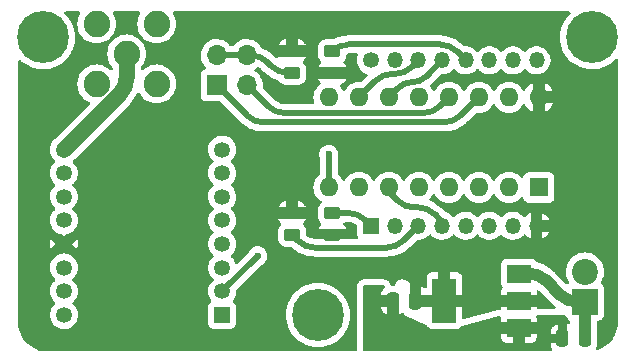
<source format=gtl>
G04 #@! TF.GenerationSoftware,KiCad,Pcbnew,(6.0.2)*
G04 #@! TF.CreationDate,2022-09-28T01:25:07+02:00*
G04 #@! TF.ProjectId,Washing-Machine-Sensor,57617368-696e-4672-9d4d-616368696e65,rev?*
G04 #@! TF.SameCoordinates,Original*
G04 #@! TF.FileFunction,Copper,L1,Top*
G04 #@! TF.FilePolarity,Positive*
%FSLAX46Y46*%
G04 Gerber Fmt 4.6, Leading zero omitted, Abs format (unit mm)*
G04 Created by KiCad (PCBNEW (6.0.2)) date 2022-09-28 01:25:07*
%MOMM*%
%LPD*%
G01*
G04 APERTURE LIST*
G04 Aperture macros list*
%AMRoundRect*
0 Rectangle with rounded corners*
0 $1 Rounding radius*
0 $2 $3 $4 $5 $6 $7 $8 $9 X,Y pos of 4 corners*
0 Add a 4 corners polygon primitive as box body*
4,1,4,$2,$3,$4,$5,$6,$7,$8,$9,$2,$3,0*
0 Add four circle primitives for the rounded corners*
1,1,$1+$1,$2,$3*
1,1,$1+$1,$4,$5*
1,1,$1+$1,$6,$7*
1,1,$1+$1,$8,$9*
0 Add four rect primitives between the rounded corners*
20,1,$1+$1,$2,$3,$4,$5,0*
20,1,$1+$1,$4,$5,$6,$7,0*
20,1,$1+$1,$6,$7,$8,$9,0*
20,1,$1+$1,$8,$9,$2,$3,0*%
G04 Aperture macros list end*
G04 #@! TA.AperFunction,ComponentPad*
%ADD10R,1.350000X1.350000*%
G04 #@! TD*
G04 #@! TA.AperFunction,ComponentPad*
%ADD11O,1.350000X1.350000*%
G04 #@! TD*
G04 #@! TA.AperFunction,ComponentPad*
%ADD12C,1.350000*%
G04 #@! TD*
G04 #@! TA.AperFunction,SMDPad,CuDef*
%ADD13RoundRect,0.250000X0.250000X0.475000X-0.250000X0.475000X-0.250000X-0.475000X0.250000X-0.475000X0*%
G04 #@! TD*
G04 #@! TA.AperFunction,SMDPad,CuDef*
%ADD14RoundRect,0.250000X0.450000X-0.262500X0.450000X0.262500X-0.450000X0.262500X-0.450000X-0.262500X0*%
G04 #@! TD*
G04 #@! TA.AperFunction,ComponentPad*
%ADD15R,2.200000X2.200000*%
G04 #@! TD*
G04 #@! TA.AperFunction,ComponentPad*
%ADD16C,2.200000*%
G04 #@! TD*
G04 #@! TA.AperFunction,ComponentPad*
%ADD17C,0.700000*%
G04 #@! TD*
G04 #@! TA.AperFunction,ComponentPad*
%ADD18C,4.400000*%
G04 #@! TD*
G04 #@! TA.AperFunction,SMDPad,CuDef*
%ADD19RoundRect,0.250000X-0.450000X0.262500X-0.450000X-0.262500X0.450000X-0.262500X0.450000X0.262500X0*%
G04 #@! TD*
G04 #@! TA.AperFunction,SMDPad,CuDef*
%ADD20R,2.000000X1.500000*%
G04 #@! TD*
G04 #@! TA.AperFunction,SMDPad,CuDef*
%ADD21R,2.000000X3.800000*%
G04 #@! TD*
G04 #@! TA.AperFunction,ComponentPad*
%ADD22C,2.250000*%
G04 #@! TD*
G04 #@! TA.AperFunction,ComponentPad*
%ADD23R,1.700000X1.700000*%
G04 #@! TD*
G04 #@! TA.AperFunction,ComponentPad*
%ADD24O,1.700000X1.700000*%
G04 #@! TD*
G04 #@! TA.AperFunction,ComponentPad*
%ADD25R,1.600000X1.600000*%
G04 #@! TD*
G04 #@! TA.AperFunction,ComponentPad*
%ADD26O,1.600000X1.600000*%
G04 #@! TD*
G04 #@! TA.AperFunction,ViaPad*
%ADD27C,0.600000*%
G04 #@! TD*
G04 #@! TA.AperFunction,Conductor*
%ADD28C,1.000000*%
G04 #@! TD*
G04 #@! TA.AperFunction,Conductor*
%ADD29C,0.500000*%
G04 #@! TD*
G04 #@! TA.AperFunction,Conductor*
%ADD30C,1.350000*%
G04 #@! TD*
G04 APERTURE END LIST*
D10*
X182200000Y-108750000D03*
D11*
X184200000Y-108750000D03*
X186200000Y-108750000D03*
X188200000Y-108750000D03*
X190200000Y-108750000D03*
X192200000Y-108750000D03*
X194200000Y-108750000D03*
X196200000Y-108750000D03*
X196200000Y-94750000D03*
X194200000Y-94750000D03*
X192200000Y-94750000D03*
X190200000Y-94750000D03*
X188200000Y-94750000D03*
X186200000Y-94750000D03*
X184200000Y-94750000D03*
D12*
X182200000Y-94750000D03*
D13*
X200300000Y-118300000D03*
X198400000Y-118300000D03*
D14*
X175500000Y-109512500D03*
X175500000Y-107687500D03*
D15*
X200300000Y-115170000D03*
D16*
X200300000Y-112630000D03*
D14*
X178900000Y-109512500D03*
X178900000Y-107687500D03*
D17*
X156050000Y-92800000D03*
X153233274Y-91633274D03*
D18*
X154400000Y-92800000D03*
D17*
X152750000Y-92800000D03*
X155566726Y-91633274D03*
X154400000Y-94450000D03*
X155566726Y-93966726D03*
X153233274Y-93966726D03*
X154400000Y-91150000D03*
X177700000Y-114650000D03*
X176050000Y-116300000D03*
X178866726Y-117466726D03*
X176533274Y-117466726D03*
X176533274Y-115133274D03*
X177700000Y-117950000D03*
D18*
X177700000Y-116300000D03*
D17*
X179350000Y-116300000D03*
X178866726Y-115133274D03*
D19*
X175500000Y-93987500D03*
X175500000Y-95812500D03*
D10*
X169582500Y-116300000D03*
D12*
X169582500Y-114300000D03*
X169582500Y-112300000D03*
X169582500Y-110300000D03*
X169582500Y-108300000D03*
X169582500Y-106300000D03*
X169582500Y-104300000D03*
X169582500Y-102300000D03*
X156182500Y-102300000D03*
X156182500Y-104300000D03*
X156182500Y-106300000D03*
X156182500Y-108300000D03*
X156182500Y-110300000D03*
X156182500Y-112300000D03*
X156182500Y-114300000D03*
X156182500Y-116300000D03*
D20*
X194700000Y-117400000D03*
D21*
X188400000Y-115100000D03*
D20*
X194700000Y-115100000D03*
X194700000Y-112800000D03*
D22*
X161500000Y-94200000D03*
X164040000Y-91660000D03*
X158960000Y-96740000D03*
X164040000Y-96740000D03*
X158960000Y-91660000D03*
D13*
X185950000Y-115100000D03*
X184050000Y-115100000D03*
D18*
X200900000Y-92800000D03*
D17*
X200900000Y-94450000D03*
X199733274Y-91633274D03*
X202066726Y-93966726D03*
X200900000Y-91150000D03*
X202066726Y-91633274D03*
X199733274Y-93966726D03*
X199250000Y-92800000D03*
X202550000Y-92800000D03*
D23*
X169125000Y-96850000D03*
D24*
X169125000Y-94310000D03*
X171665000Y-96850000D03*
X171665000Y-94310000D03*
D14*
X178900000Y-95812500D03*
X178900000Y-93987500D03*
D25*
X196400000Y-105500000D03*
D26*
X193860000Y-105500000D03*
X191320000Y-105500000D03*
X188780000Y-105500000D03*
X186240000Y-105500000D03*
X183700000Y-105500000D03*
X181160000Y-105500000D03*
X178620000Y-105500000D03*
X178620000Y-97880000D03*
X181160000Y-97880000D03*
X183700000Y-97880000D03*
X186240000Y-97880000D03*
X188780000Y-97880000D03*
X191320000Y-97880000D03*
X193860000Y-97880000D03*
X196400000Y-97880000D03*
D27*
X190800000Y-118700000D03*
X194400000Y-119000000D03*
X182500000Y-118500000D03*
X178600000Y-102700000D03*
X196900000Y-116900000D03*
X196700000Y-118700000D03*
X183600000Y-116900000D03*
X188700000Y-118100000D03*
X186900000Y-118800000D03*
X185200000Y-117900000D03*
X192500000Y-117500000D03*
X182100000Y-115100000D03*
X172600000Y-111300000D03*
D28*
X200300000Y-115170000D02*
X200300000Y-118300000D01*
X194700000Y-112800000D02*
X195571573Y-112800000D01*
X196985787Y-113385787D02*
X198184214Y-114584214D01*
X199598427Y-115170000D02*
X200300000Y-115170000D01*
X195571573Y-112800001D02*
G75*
G02*
X196985786Y-113385788I0J-1999999D01*
G01*
X199598427Y-115169999D02*
G75*
G02*
X198184215Y-114584213I0J1999999D01*
G01*
D29*
X178600000Y-105480000D02*
X178620000Y-105500000D01*
X178600000Y-102700000D02*
X178600000Y-105480000D01*
X173726713Y-95226713D02*
X173395786Y-94895786D01*
X175500000Y-95812500D02*
X175140927Y-95812500D01*
X171665000Y-94310000D02*
X169125000Y-94310000D01*
X171981573Y-94310000D02*
X171665000Y-94310000D01*
X173395786Y-94895786D02*
G75*
G03*
X171981573Y-94310000I-1414213J-1414214D01*
G01*
X173726713Y-95226713D02*
G75*
G03*
X175140927Y-95812500I1414214J1414213D01*
G01*
X188200000Y-94750000D02*
X186818629Y-96131371D01*
X184511371Y-97068629D02*
X183700000Y-97880000D01*
X185687258Y-96600000D02*
X185642742Y-96600000D01*
X185642742Y-96600001D02*
G75*
G03*
X184511371Y-97068629I0J-1600001D01*
G01*
X185687258Y-96599999D02*
G75*
G03*
X186818629Y-96131371I0J1600001D01*
G01*
X184221573Y-95900000D02*
X183968427Y-95900000D01*
X186200000Y-94750000D02*
X185635786Y-95314214D01*
X182554213Y-96485787D02*
X181160000Y-97880000D01*
X185635786Y-95314214D02*
G75*
G02*
X184221573Y-95900000I-1414213J1414214D01*
G01*
X182554213Y-96485787D02*
G75*
G02*
X183968427Y-95900000I1414214J-1414213D01*
G01*
X171665000Y-96850000D02*
X173429214Y-98614214D01*
X188045787Y-98614213D02*
X188780000Y-97880000D01*
X174843427Y-99200000D02*
X186631573Y-99200000D01*
X174843427Y-99199999D02*
G75*
G02*
X173429215Y-98614213I0J1999999D01*
G01*
X186631573Y-99199999D02*
G75*
G03*
X188045786Y-98614212I0J1999999D01*
G01*
X183700000Y-105900000D02*
X184414214Y-106614214D01*
X183700000Y-105500000D02*
X183700000Y-105900000D01*
X187585787Y-107785787D02*
X188200000Y-108400000D01*
X185828427Y-107200000D02*
X186171573Y-107200000D01*
X188200000Y-108400000D02*
X188200000Y-108750000D01*
X186171573Y-107200001D02*
G75*
G02*
X187585786Y-107785788I0J-1999999D01*
G01*
X184414214Y-106614214D02*
G75*
G03*
X185828427Y-107200000I1414213J1414214D01*
G01*
X169125000Y-96850000D02*
X171689214Y-99414214D01*
X173103427Y-100000000D02*
X188371573Y-100000000D01*
X189785787Y-99414213D02*
X191320000Y-97880000D01*
X173103427Y-99999999D02*
G75*
G02*
X171689215Y-99414213I0J1999999D01*
G01*
X188371573Y-99999999D02*
G75*
G03*
X189785786Y-99414212I0J1999999D01*
G01*
X172600000Y-111300000D02*
X169600000Y-114300000D01*
X169600000Y-114300000D02*
X169582500Y-114300000D01*
X177415927Y-110600000D02*
X183521573Y-110600000D01*
X175500000Y-109512500D02*
X176001714Y-110014214D01*
X184935787Y-110014213D02*
X186200000Y-108750000D01*
X184935787Y-110014213D02*
G75*
G02*
X183521573Y-110600000I-1414214J1414213D01*
G01*
X177415927Y-110599999D02*
G75*
G02*
X176001715Y-110014213I0J1999999D01*
G01*
D30*
X161500000Y-96199310D02*
X161500000Y-94200000D01*
X156182500Y-102300000D02*
X156227737Y-102300000D01*
X156227737Y-102300000D02*
X160914214Y-97613523D01*
X161499999Y-96199310D02*
G75*
G02*
X160914213Y-97613522I-1999999J0D01*
G01*
D29*
X178900000Y-107687500D02*
X180309073Y-107687500D01*
X181723287Y-108273287D02*
X182200000Y-108750000D01*
X181723287Y-108273287D02*
G75*
G03*
X180309073Y-107687500I-1414214J-1414213D01*
G01*
X178900000Y-93987500D02*
X178901714Y-93985786D01*
X180315927Y-93400000D02*
X188021573Y-93400000D01*
X189435787Y-93985787D02*
X190200000Y-94750000D01*
X180315927Y-93400001D02*
G75*
G03*
X178901715Y-93985787I0J-1999999D01*
G01*
X189435787Y-93985787D02*
G75*
G03*
X188021573Y-93400000I-1414214J-1414213D01*
G01*
G04 #@! TA.AperFunction,Conductor*
G36*
X183319926Y-113820002D02*
G01*
X183366419Y-113873658D01*
X183376523Y-113943932D01*
X183347029Y-114008512D01*
X183330069Y-114024746D01*
X183320793Y-114032098D01*
X183206261Y-114146829D01*
X183197249Y-114158240D01*
X183112184Y-114296243D01*
X183106037Y-114309424D01*
X183054862Y-114463710D01*
X183051995Y-114477086D01*
X183042328Y-114571438D01*
X183042000Y-114577855D01*
X183042000Y-114581885D01*
X183046475Y-114597124D01*
X183047865Y-114598329D01*
X183055548Y-114600000D01*
X184424000Y-114600000D01*
X184492121Y-114620002D01*
X184538614Y-114673658D01*
X184550000Y-114726000D01*
X184550000Y-116272578D01*
X184553973Y-116286109D01*
X184560799Y-116287090D01*
X184616784Y-116268412D01*
X184629962Y-116262239D01*
X184767807Y-116176937D01*
X184779208Y-116167901D01*
X184784826Y-116162273D01*
X184847108Y-116128193D01*
X184917929Y-116133196D01*
X184974802Y-116175692D01*
X184999671Y-116242191D01*
X185000000Y-116251290D01*
X185000000Y-116300000D01*
X185016542Y-116307519D01*
X185016543Y-116307520D01*
X185919204Y-116717820D01*
X186874472Y-117152033D01*
X186928209Y-117198430D01*
X186940314Y-117222509D01*
X186949385Y-117246705D01*
X187036739Y-117363261D01*
X187153295Y-117450615D01*
X187289684Y-117501745D01*
X187351866Y-117508500D01*
X189448134Y-117508500D01*
X189510316Y-117501745D01*
X189646705Y-117450615D01*
X189763261Y-117363261D01*
X189834200Y-117268608D01*
X189891060Y-117226093D01*
X189903731Y-117222121D01*
X193040709Y-116417767D01*
X193111663Y-116420223D01*
X193170026Y-116460650D01*
X193197267Y-116526212D01*
X193197267Y-116553427D01*
X193192369Y-116598514D01*
X193192000Y-116605328D01*
X193192000Y-116881885D01*
X193196475Y-116897124D01*
X193197865Y-116898329D01*
X193205548Y-116900000D01*
X196189884Y-116900000D01*
X196205123Y-116895525D01*
X196206328Y-116894135D01*
X196207999Y-116886452D01*
X196207999Y-116605331D01*
X196207629Y-116598510D01*
X196202105Y-116547648D01*
X196198478Y-116532394D01*
X196175174Y-116470229D01*
X196169991Y-116399422D01*
X196203912Y-116337053D01*
X196266167Y-116302924D01*
X196293156Y-116300000D01*
X198580818Y-116300000D01*
X198648939Y-116320002D01*
X198695432Y-116373658D01*
X198698800Y-116381770D01*
X198712295Y-116417767D01*
X198749385Y-116516705D01*
X198836739Y-116633261D01*
X198843919Y-116638642D01*
X198843920Y-116638643D01*
X198949565Y-116717820D01*
X198992080Y-116774680D01*
X199000000Y-116818646D01*
X199000000Y-116976341D01*
X198979998Y-117044462D01*
X198926342Y-117090955D01*
X198856068Y-117101059D01*
X198834331Y-117095934D01*
X198811419Y-117088334D01*
X198803322Y-117089838D01*
X198800000Y-117102069D01*
X198800000Y-118574000D01*
X198779998Y-118642121D01*
X198726342Y-118688614D01*
X198674000Y-118700000D01*
X197418116Y-118700000D01*
X197402877Y-118704475D01*
X197401672Y-118705865D01*
X197400001Y-118713548D01*
X197400001Y-118821567D01*
X197400339Y-118828087D01*
X197410140Y-118922560D01*
X197413031Y-118935951D01*
X197463882Y-119088368D01*
X197470056Y-119101547D01*
X197530793Y-119199697D01*
X197549631Y-119268149D01*
X197528470Y-119335919D01*
X197474029Y-119381490D01*
X197423649Y-119392000D01*
X181626000Y-119392000D01*
X181557879Y-119371998D01*
X181511386Y-119318342D01*
X181500000Y-119266000D01*
X181500000Y-118194669D01*
X193192001Y-118194669D01*
X193192371Y-118201490D01*
X193197895Y-118252352D01*
X193201521Y-118267604D01*
X193246676Y-118388054D01*
X193255214Y-118403649D01*
X193331715Y-118505724D01*
X193344276Y-118518285D01*
X193446351Y-118594786D01*
X193461946Y-118603324D01*
X193582394Y-118648478D01*
X193597649Y-118652105D01*
X193648514Y-118657631D01*
X193655328Y-118658000D01*
X194181885Y-118658000D01*
X194197124Y-118653525D01*
X194198329Y-118652135D01*
X194200000Y-118644452D01*
X194200000Y-118639884D01*
X195200000Y-118639884D01*
X195204475Y-118655123D01*
X195205865Y-118656328D01*
X195213548Y-118657999D01*
X195744669Y-118657999D01*
X195751490Y-118657629D01*
X195802352Y-118652105D01*
X195817604Y-118648479D01*
X195938054Y-118603324D01*
X195953649Y-118594786D01*
X196055724Y-118518285D01*
X196068285Y-118505724D01*
X196144786Y-118403649D01*
X196153324Y-118388054D01*
X196198478Y-118267606D01*
X196202105Y-118252351D01*
X196207631Y-118201486D01*
X196208000Y-118194672D01*
X196208000Y-117918115D01*
X196203525Y-117902876D01*
X196202135Y-117901671D01*
X196194452Y-117900000D01*
X195218115Y-117900000D01*
X195202876Y-117904475D01*
X195201671Y-117905865D01*
X195200000Y-117913548D01*
X195200000Y-118639884D01*
X194200000Y-118639884D01*
X194200000Y-117918115D01*
X194195525Y-117902876D01*
X194194135Y-117901671D01*
X194186452Y-117900000D01*
X193210116Y-117900000D01*
X193194877Y-117904475D01*
X193193672Y-117905865D01*
X193192001Y-117913548D01*
X193192001Y-118194669D01*
X181500000Y-118194669D01*
X181500000Y-117881885D01*
X197400000Y-117881885D01*
X197404475Y-117897124D01*
X197405865Y-117898329D01*
X197413548Y-117900000D01*
X197981885Y-117900000D01*
X197997124Y-117895525D01*
X197998329Y-117894135D01*
X198000000Y-117886452D01*
X198000000Y-117103508D01*
X197995796Y-117089190D01*
X197988944Y-117088066D01*
X197836632Y-117138882D01*
X197823453Y-117145056D01*
X197687196Y-117229374D01*
X197675795Y-117238410D01*
X197562582Y-117351821D01*
X197553570Y-117363232D01*
X197469484Y-117499646D01*
X197463337Y-117512827D01*
X197412749Y-117665343D01*
X197409882Y-117678719D01*
X197400328Y-117771966D01*
X197400000Y-117778383D01*
X197400000Y-117881885D01*
X181500000Y-117881885D01*
X181500000Y-115622095D01*
X183042001Y-115622095D01*
X183042338Y-115628614D01*
X183052257Y-115724206D01*
X183055149Y-115737600D01*
X183106588Y-115891784D01*
X183112761Y-115904962D01*
X183198063Y-116042807D01*
X183207099Y-116054208D01*
X183321829Y-116168739D01*
X183333240Y-116177751D01*
X183471243Y-116262816D01*
X183484424Y-116268963D01*
X183532806Y-116285011D01*
X183546899Y-116285500D01*
X183550000Y-116279289D01*
X183550000Y-115618115D01*
X183545525Y-115602876D01*
X183544135Y-115601671D01*
X183536452Y-115600000D01*
X183060116Y-115600000D01*
X183044877Y-115604475D01*
X183043672Y-115605865D01*
X183042001Y-115613548D01*
X183042001Y-115622095D01*
X181500000Y-115622095D01*
X181500000Y-113926000D01*
X181520002Y-113857879D01*
X181573658Y-113811386D01*
X181626000Y-113800000D01*
X183251805Y-113800000D01*
X183319926Y-113820002D01*
G37*
G04 #@! TD.AperFunction*
G04 #@! TA.AperFunction,Conductor*
G36*
X157531983Y-90628002D02*
G01*
X157578476Y-90681658D01*
X157588580Y-90751932D01*
X157571295Y-90799835D01*
X157527156Y-90871864D01*
X157500040Y-90916113D01*
X157498147Y-90920683D01*
X157498145Y-90920687D01*
X157461748Y-91008558D01*
X157401645Y-91153660D01*
X157341622Y-91403674D01*
X157321449Y-91660000D01*
X157341622Y-91916326D01*
X157401645Y-92166340D01*
X157500040Y-92403887D01*
X157634384Y-92623116D01*
X157801369Y-92818631D01*
X157996884Y-92985616D01*
X158216113Y-93119960D01*
X158220683Y-93121853D01*
X158220687Y-93121855D01*
X158449087Y-93216461D01*
X158453660Y-93218355D01*
X158515157Y-93233119D01*
X158698861Y-93277223D01*
X158698867Y-93277224D01*
X158703674Y-93278378D01*
X158960000Y-93298551D01*
X159216326Y-93278378D01*
X159221133Y-93277224D01*
X159221139Y-93277223D01*
X159404843Y-93233119D01*
X159466340Y-93218355D01*
X159470913Y-93216461D01*
X159699313Y-93121855D01*
X159699317Y-93121853D01*
X159703887Y-93119960D01*
X159923116Y-92985616D01*
X160118631Y-92818631D01*
X160285616Y-92623116D01*
X160419960Y-92403887D01*
X160518355Y-92166340D01*
X160578378Y-91916326D01*
X160598551Y-91660000D01*
X160578378Y-91403674D01*
X160518355Y-91153660D01*
X160458252Y-91008558D01*
X160421855Y-90920687D01*
X160421853Y-90920683D01*
X160419960Y-90916113D01*
X160392844Y-90871864D01*
X160348705Y-90799835D01*
X160330167Y-90731301D01*
X160351624Y-90663624D01*
X160406263Y-90618291D01*
X160456138Y-90608000D01*
X162543862Y-90608000D01*
X162611983Y-90628002D01*
X162658476Y-90681658D01*
X162668580Y-90751932D01*
X162651295Y-90799835D01*
X162607156Y-90871864D01*
X162580040Y-90916113D01*
X162578147Y-90920683D01*
X162578145Y-90920687D01*
X162541748Y-91008558D01*
X162481645Y-91153660D01*
X162421622Y-91403674D01*
X162401449Y-91660000D01*
X162421622Y-91916326D01*
X162481645Y-92166340D01*
X162580040Y-92403887D01*
X162714384Y-92623116D01*
X162881369Y-92818631D01*
X163076884Y-92985616D01*
X163296113Y-93119960D01*
X163300683Y-93121853D01*
X163300687Y-93121855D01*
X163529087Y-93216461D01*
X163533660Y-93218355D01*
X163595157Y-93233119D01*
X163778861Y-93277223D01*
X163778867Y-93277224D01*
X163783674Y-93278378D01*
X164040000Y-93298551D01*
X164296326Y-93278378D01*
X164301133Y-93277224D01*
X164301139Y-93277223D01*
X164484843Y-93233119D01*
X164546340Y-93218355D01*
X164550913Y-93216461D01*
X164779313Y-93121855D01*
X164779317Y-93121853D01*
X164783887Y-93119960D01*
X165003116Y-92985616D01*
X165198631Y-92818631D01*
X165365616Y-92623116D01*
X165499960Y-92403887D01*
X165598355Y-92166340D01*
X165658378Y-91916326D01*
X165678551Y-91660000D01*
X165658378Y-91403674D01*
X165598355Y-91153660D01*
X165538252Y-91008558D01*
X165501855Y-90920687D01*
X165501853Y-90920683D01*
X165499960Y-90916113D01*
X165472844Y-90871864D01*
X165428705Y-90799835D01*
X165410167Y-90731301D01*
X165431624Y-90663624D01*
X165486263Y-90618291D01*
X165536138Y-90608000D01*
X198958217Y-90608000D01*
X199026338Y-90628002D01*
X199072831Y-90681658D01*
X199082935Y-90751932D01*
X199053441Y-90816512D01*
X199046613Y-90823789D01*
X198883513Y-90984347D01*
X198881149Y-90987314D01*
X198881146Y-90987317D01*
X198864220Y-91008558D01*
X198679991Y-91239751D01*
X198508626Y-91517757D01*
X198371902Y-91814336D01*
X198370741Y-91817940D01*
X198370741Y-91817941D01*
X198362196Y-91844477D01*
X198271797Y-92125192D01*
X198271079Y-92128903D01*
X198271078Y-92128907D01*
X198210482Y-92442105D01*
X198210481Y-92442114D01*
X198209763Y-92445824D01*
X198209496Y-92449600D01*
X198209495Y-92449605D01*
X198188931Y-92740040D01*
X198186698Y-92771585D01*
X198190471Y-92847365D01*
X198201815Y-93075237D01*
X198202936Y-93097759D01*
X198203577Y-93101490D01*
X198203578Y-93101498D01*
X198256282Y-93408216D01*
X198258241Y-93419619D01*
X198259329Y-93423258D01*
X198259330Y-93423261D01*
X198335669Y-93678518D01*
X198351814Y-93732504D01*
X198353327Y-93735975D01*
X198353329Y-93735981D01*
X198382959Y-93803962D01*
X198482297Y-94031881D01*
X198484220Y-94035152D01*
X198484222Y-94035156D01*
X198526584Y-94107215D01*
X198647802Y-94313414D01*
X198650103Y-94316429D01*
X198843631Y-94570012D01*
X198843636Y-94570017D01*
X198845931Y-94573025D01*
X198907931Y-94636670D01*
X199071156Y-94804224D01*
X199073814Y-94806953D01*
X199146635Y-94865607D01*
X199325196Y-95009431D01*
X199325201Y-95009435D01*
X199328149Y-95011809D01*
X199605253Y-95184627D01*
X199901112Y-95322903D01*
X199904721Y-95324086D01*
X200191710Y-95418166D01*
X200211440Y-95424634D01*
X200215154Y-95425373D01*
X200215155Y-95425373D01*
X200226648Y-95427659D01*
X200531742Y-95488346D01*
X200535514Y-95488633D01*
X200535522Y-95488634D01*
X200853602Y-95512829D01*
X200853607Y-95512829D01*
X200857379Y-95513116D01*
X201183633Y-95498586D01*
X201243425Y-95488634D01*
X201502037Y-95445590D01*
X201502042Y-95445589D01*
X201505778Y-95444967D01*
X201819149Y-95353034D01*
X201822616Y-95351544D01*
X201822620Y-95351543D01*
X202115721Y-95225616D01*
X202115723Y-95225615D01*
X202119205Y-95224119D01*
X202401601Y-95060091D01*
X202662245Y-94863324D01*
X202878552Y-94654804D01*
X202941478Y-94621926D01*
X203012189Y-94628288D01*
X203068235Y-94671869D01*
X203092000Y-94745517D01*
X203092000Y-116850672D01*
X203090500Y-116870056D01*
X203086814Y-116893730D01*
X203088454Y-116906270D01*
X203089059Y-116910897D01*
X203089892Y-116934839D01*
X203074290Y-117192770D01*
X203072456Y-117207874D01*
X203067305Y-117235981D01*
X203021358Y-117486714D01*
X203020962Y-117488873D01*
X203017322Y-117503641D01*
X202932326Y-117776404D01*
X202926931Y-117790627D01*
X202883850Y-117886351D01*
X202809686Y-118051136D01*
X202802615Y-118064609D01*
X202654818Y-118309095D01*
X202646175Y-118321617D01*
X202469984Y-118546507D01*
X202459894Y-118557895D01*
X202257895Y-118759894D01*
X202246507Y-118769984D01*
X202021617Y-118946175D01*
X202009095Y-118954818D01*
X201764609Y-119102615D01*
X201751140Y-119109684D01*
X201490630Y-119226930D01*
X201476403Y-119232326D01*
X201399679Y-119256234D01*
X201328692Y-119257404D01*
X201268342Y-119220009D01*
X201237789Y-119155923D01*
X201242601Y-119096272D01*
X201278399Y-118988346D01*
X201297797Y-118929861D01*
X201308500Y-118825400D01*
X201308500Y-116904500D01*
X201328502Y-116836379D01*
X201382158Y-116789886D01*
X201434500Y-116778500D01*
X201448134Y-116778500D01*
X201510316Y-116771745D01*
X201646705Y-116720615D01*
X201763261Y-116633261D01*
X201850615Y-116516705D01*
X201901745Y-116380316D01*
X201908500Y-116318134D01*
X201908500Y-114021866D01*
X201901745Y-113959684D01*
X201850615Y-113823295D01*
X201763261Y-113706739D01*
X201692954Y-113654046D01*
X201650440Y-113597187D01*
X201645415Y-113526369D01*
X201661087Y-113487386D01*
X201735030Y-113366722D01*
X201737616Y-113362502D01*
X201743088Y-113349293D01*
X201832611Y-113133164D01*
X201832612Y-113133162D01*
X201834505Y-113128591D01*
X201871808Y-112973213D01*
X201892454Y-112887216D01*
X201892455Y-112887210D01*
X201893609Y-112882403D01*
X201913474Y-112630000D01*
X201893609Y-112377597D01*
X201873902Y-112295508D01*
X201854821Y-112216032D01*
X201834505Y-112131409D01*
X201814619Y-112083400D01*
X201739511Y-111902072D01*
X201739509Y-111902068D01*
X201737616Y-111897498D01*
X201605328Y-111681624D01*
X201440898Y-111489102D01*
X201248376Y-111324672D01*
X201032502Y-111192384D01*
X201027932Y-111190491D01*
X201027928Y-111190489D01*
X200803164Y-111097389D01*
X200803162Y-111097388D01*
X200798591Y-111095495D01*
X200680708Y-111067194D01*
X200557216Y-111037546D01*
X200557210Y-111037545D01*
X200552403Y-111036391D01*
X200300000Y-111016526D01*
X200047597Y-111036391D01*
X200042790Y-111037545D01*
X200042784Y-111037546D01*
X199919292Y-111067194D01*
X199801409Y-111095495D01*
X199796838Y-111097388D01*
X199796836Y-111097389D01*
X199572072Y-111190489D01*
X199572068Y-111190491D01*
X199567498Y-111192384D01*
X199351624Y-111324672D01*
X199159102Y-111489102D01*
X198994672Y-111681624D01*
X198862384Y-111897498D01*
X198860491Y-111902068D01*
X198860489Y-111902072D01*
X198785381Y-112083400D01*
X198765495Y-112131409D01*
X198745179Y-112216032D01*
X198726099Y-112295508D01*
X198706391Y-112377597D01*
X198686526Y-112630000D01*
X198706391Y-112882403D01*
X198707545Y-112887210D01*
X198707546Y-112887216D01*
X198728192Y-112973213D01*
X198765495Y-113128591D01*
X198767388Y-113133162D01*
X198767389Y-113133164D01*
X198856913Y-113349293D01*
X198862384Y-113362502D01*
X198864970Y-113366722D01*
X198938913Y-113487386D01*
X198957451Y-113555920D01*
X198935995Y-113623596D01*
X198907046Y-113654046D01*
X198864842Y-113685677D01*
X198798336Y-113710526D01*
X198728954Y-113695474D01*
X198700181Y-113673947D01*
X197749626Y-112723392D01*
X197739162Y-112711524D01*
X197738070Y-112710116D01*
X197722083Y-112689506D01*
X197702355Y-112669219D01*
X197699639Y-112666988D01*
X197699629Y-112666979D01*
X197684848Y-112654839D01*
X197680205Y-112650833D01*
X197484735Y-112473669D01*
X197482447Y-112471595D01*
X197245022Y-112295508D01*
X197242381Y-112293925D01*
X197242372Y-112293919D01*
X196994121Y-112145124D01*
X196994122Y-112145124D01*
X196991480Y-112143541D01*
X196976004Y-112136221D01*
X196727056Y-112018478D01*
X196727055Y-112018478D01*
X196724265Y-112017158D01*
X196445948Y-111917574D01*
X196227951Y-111862969D01*
X196166732Y-111827014D01*
X196151778Y-111806398D01*
X196150615Y-111803295D01*
X196063261Y-111686739D01*
X195946705Y-111599385D01*
X195810316Y-111548255D01*
X195748134Y-111541500D01*
X193651866Y-111541500D01*
X193589684Y-111548255D01*
X193453295Y-111599385D01*
X193336739Y-111686739D01*
X193249385Y-111803295D01*
X193198255Y-111939684D01*
X193191500Y-112001866D01*
X193191500Y-113598134D01*
X193198255Y-113660316D01*
X193249385Y-113796705D01*
X193269313Y-113823295D01*
X193307953Y-113874852D01*
X193332801Y-113941358D01*
X193317748Y-114010741D01*
X193307953Y-114025982D01*
X193255214Y-114096352D01*
X193246676Y-114111946D01*
X193201522Y-114232394D01*
X193197895Y-114247649D01*
X193192369Y-114298514D01*
X193192000Y-114305328D01*
X193192000Y-114581885D01*
X193196475Y-114597124D01*
X193197865Y-114598329D01*
X193205548Y-114600000D01*
X196189884Y-114600000D01*
X196205123Y-114595525D01*
X196206328Y-114594135D01*
X196207999Y-114586452D01*
X196207999Y-114338424D01*
X196228001Y-114270303D01*
X196281657Y-114223810D01*
X196351931Y-114213706D01*
X196416511Y-114243200D01*
X196423094Y-114249329D01*
X197420375Y-115246609D01*
X197430840Y-115258478D01*
X197447918Y-115280495D01*
X197467646Y-115300782D01*
X197484148Y-115314336D01*
X197485163Y-115315170D01*
X197489804Y-115319175D01*
X197687555Y-115498406D01*
X197690041Y-115500250D01*
X197690045Y-115500253D01*
X197777071Y-115564796D01*
X197819871Y-115621441D01*
X197825252Y-115692234D01*
X197791505Y-115754697D01*
X197729345Y-115789000D01*
X197702013Y-115792000D01*
X196334000Y-115792000D01*
X196265879Y-115771998D01*
X196219386Y-115718342D01*
X196208000Y-115666000D01*
X196208000Y-115618115D01*
X196203525Y-115602876D01*
X196202135Y-115601671D01*
X196194452Y-115600000D01*
X193210116Y-115600000D01*
X193194877Y-115604475D01*
X193193672Y-115605865D01*
X193192001Y-115613548D01*
X193192001Y-115784262D01*
X193171999Y-115852383D01*
X193118343Y-115898876D01*
X193067245Y-115909072D01*
X193067281Y-115910061D01*
X193062784Y-115910227D01*
X193058282Y-115910071D01*
X192914534Y-115925686D01*
X190065294Y-116656261D01*
X189994341Y-116653805D01*
X189935978Y-116613378D01*
X189908737Y-116547816D01*
X189908000Y-116534209D01*
X189908000Y-115618115D01*
X189903525Y-115602876D01*
X189902135Y-115601671D01*
X189894452Y-115600000D01*
X185576000Y-115600000D01*
X185507879Y-115579998D01*
X185461386Y-115526342D01*
X185450000Y-115474000D01*
X185450000Y-114581885D01*
X186450000Y-114581885D01*
X186454475Y-114597124D01*
X186455865Y-114598329D01*
X186463548Y-114600000D01*
X187881885Y-114600000D01*
X187897124Y-114595525D01*
X187898329Y-114594135D01*
X187900000Y-114586452D01*
X187900000Y-114581885D01*
X188900000Y-114581885D01*
X188904475Y-114597124D01*
X188905865Y-114598329D01*
X188913548Y-114600000D01*
X189889884Y-114600000D01*
X189905123Y-114595525D01*
X189906328Y-114594135D01*
X189907999Y-114586452D01*
X189907999Y-113155331D01*
X189907629Y-113148510D01*
X189902105Y-113097648D01*
X189898479Y-113082396D01*
X189853324Y-112961946D01*
X189844786Y-112946351D01*
X189768285Y-112844276D01*
X189755724Y-112831715D01*
X189653649Y-112755214D01*
X189638054Y-112746676D01*
X189517606Y-112701522D01*
X189502351Y-112697895D01*
X189451486Y-112692369D01*
X189444672Y-112692000D01*
X188918115Y-112692000D01*
X188902876Y-112696475D01*
X188901671Y-112697865D01*
X188900000Y-112705548D01*
X188900000Y-114581885D01*
X187900000Y-114581885D01*
X187900000Y-112710116D01*
X187895525Y-112694877D01*
X187894135Y-112693672D01*
X187886452Y-112692001D01*
X187355331Y-112692001D01*
X187348510Y-112692371D01*
X187297648Y-112697895D01*
X187282396Y-112701521D01*
X187161946Y-112746676D01*
X187146351Y-112755214D01*
X187044276Y-112831715D01*
X187031715Y-112844276D01*
X186955214Y-112946351D01*
X186946676Y-112961946D01*
X186901522Y-113082394D01*
X186897895Y-113097649D01*
X186892369Y-113148514D01*
X186892000Y-113155328D01*
X186892000Y-113940901D01*
X186871998Y-114009022D01*
X186818342Y-114055515D01*
X186748068Y-114065619D01*
X186683488Y-114036125D01*
X186678749Y-114031718D01*
X186666760Y-114022249D01*
X186528757Y-113937184D01*
X186515576Y-113931037D01*
X186467194Y-113914989D01*
X186453101Y-113914500D01*
X186450000Y-113920711D01*
X186450000Y-114581885D01*
X185450000Y-114581885D01*
X185450000Y-114225684D01*
X185461386Y-114173342D01*
X185465552Y-114164220D01*
X185465553Y-114164217D01*
X185467421Y-114160127D01*
X185487423Y-114092006D01*
X185488064Y-114087551D01*
X185507361Y-113953335D01*
X185507362Y-113953328D01*
X185508000Y-113948887D01*
X185508000Y-113926000D01*
X185496391Y-113818020D01*
X185485005Y-113765678D01*
X185456147Y-113678974D01*
X185453197Y-113670109D01*
X185453197Y-113670108D01*
X185450707Y-113662628D01*
X185372535Y-113540990D01*
X185326042Y-113487334D01*
X185307213Y-113471018D01*
X185295694Y-113461037D01*
X185216766Y-113392645D01*
X185085240Y-113332579D01*
X185061486Y-113325604D01*
X185021442Y-113313846D01*
X185021438Y-113313845D01*
X185017119Y-113312577D01*
X185012671Y-113311937D01*
X185012664Y-113311936D01*
X184878448Y-113292639D01*
X184878441Y-113292638D01*
X184874000Y-113292000D01*
X184848186Y-113292000D01*
X184846711Y-113292070D01*
X184846690Y-113292070D01*
X184801917Y-113294180D01*
X184801902Y-113294181D01*
X184800418Y-113294251D01*
X184794697Y-113294791D01*
X184778317Y-113296338D01*
X184778298Y-113296340D01*
X184776829Y-113296479D01*
X184775348Y-113296690D01*
X184775336Y-113296691D01*
X184735424Y-113302366D01*
X184735421Y-113302367D01*
X184729497Y-113303209D01*
X184723840Y-113305154D01*
X184723839Y-113305154D01*
X184597016Y-113348752D01*
X184597009Y-113348755D01*
X184592759Y-113350216D01*
X184529587Y-113382617D01*
X184411625Y-113466249D01*
X184406043Y-113473318D01*
X184406040Y-113473320D01*
X184324799Y-113576189D01*
X184322010Y-113579721D01*
X184286385Y-113641132D01*
X184232369Y-113775250D01*
X184232136Y-113775156D01*
X184199239Y-113831868D01*
X184136068Y-113864272D01*
X184112476Y-113866500D01*
X183982697Y-113866500D01*
X183914576Y-113846498D01*
X183868083Y-113792842D01*
X183861801Y-113775999D01*
X183831051Y-113671275D01*
X183828512Y-113662628D01*
X183750340Y-113540990D01*
X183703847Y-113487334D01*
X183685018Y-113471018D01*
X183673499Y-113461037D01*
X183594571Y-113392645D01*
X183463045Y-113332579D01*
X183439291Y-113325604D01*
X183399247Y-113313846D01*
X183399243Y-113313845D01*
X183394924Y-113312577D01*
X183390476Y-113311937D01*
X183390469Y-113311936D01*
X183256253Y-113292639D01*
X183256246Y-113292638D01*
X183251805Y-113292000D01*
X181626000Y-113292000D01*
X181622652Y-113292360D01*
X181622651Y-113292360D01*
X181603760Y-113294391D01*
X181518020Y-113303609D01*
X181514736Y-113304323D01*
X181514732Y-113304324D01*
X181489661Y-113309778D01*
X181465678Y-113314995D01*
X181362628Y-113349293D01*
X181240990Y-113427465D01*
X181187334Y-113473958D01*
X181184393Y-113477352D01*
X181175698Y-113487386D01*
X181092645Y-113583234D01*
X181088901Y-113591431D01*
X181088901Y-113591432D01*
X181082617Y-113605193D01*
X181032579Y-113714760D01*
X181031311Y-113719079D01*
X181014598Y-113775999D01*
X181012577Y-113782881D01*
X181011937Y-113787329D01*
X181011936Y-113787336D01*
X180992639Y-113921552D01*
X180992638Y-113921559D01*
X180992000Y-113926000D01*
X180992000Y-119266000D01*
X180971998Y-119334121D01*
X180918342Y-119380614D01*
X180866000Y-119392000D01*
X154849328Y-119392000D01*
X154829943Y-119390500D01*
X154815142Y-119388195D01*
X154815139Y-119388195D01*
X154806270Y-119386814D01*
X154789101Y-119389059D01*
X154765161Y-119389892D01*
X154507230Y-119374290D01*
X154492126Y-119372456D01*
X154421352Y-119359486D01*
X154211121Y-119320960D01*
X154196359Y-119317322D01*
X153923592Y-119232325D01*
X153909370Y-119226930D01*
X153648860Y-119109684D01*
X153635391Y-119102615D01*
X153390905Y-118954818D01*
X153378383Y-118946175D01*
X153153493Y-118769984D01*
X153142105Y-118759894D01*
X152940106Y-118557895D01*
X152930016Y-118546507D01*
X152753825Y-118321617D01*
X152745182Y-118309095D01*
X152597385Y-118064609D01*
X152590314Y-118051136D01*
X152516151Y-117886351D01*
X152473069Y-117790627D01*
X152467674Y-117776404D01*
X152382678Y-117503641D01*
X152379038Y-117488873D01*
X152378643Y-117486714D01*
X152332695Y-117235981D01*
X152327544Y-117207874D01*
X152325710Y-117192770D01*
X152310545Y-116942071D01*
X152311802Y-116915361D01*
X152311805Y-116915141D01*
X152313186Y-116906270D01*
X152311547Y-116893730D01*
X152309064Y-116874749D01*
X152308000Y-116858411D01*
X152308000Y-116268887D01*
X154994337Y-116268887D01*
X155008563Y-116485933D01*
X155009984Y-116491529D01*
X155009985Y-116491534D01*
X155051197Y-116653805D01*
X155062105Y-116696753D01*
X155064522Y-116701996D01*
X155136630Y-116858411D01*
X155153168Y-116894285D01*
X155156501Y-116899001D01*
X155244230Y-117023134D01*
X155278704Y-117071914D01*
X155434509Y-117223692D01*
X155615363Y-117344536D01*
X155620671Y-117346817D01*
X155620672Y-117346817D01*
X155809909Y-117428119D01*
X155809912Y-117428120D01*
X155815212Y-117430397D01*
X155820842Y-117431671D01*
X155918964Y-117453874D01*
X156027360Y-117478402D01*
X156033131Y-117478629D01*
X156033133Y-117478629D01*
X156106120Y-117481496D01*
X156244705Y-117486941D01*
X156459966Y-117455730D01*
X156465430Y-117453875D01*
X156465435Y-117453874D01*
X156660463Y-117387671D01*
X156660468Y-117387669D01*
X156665935Y-117385813D01*
X156855713Y-117279532D01*
X157022946Y-117140446D01*
X157162032Y-116973213D01*
X157268313Y-116783435D01*
X157270169Y-116777968D01*
X157270171Y-116777963D01*
X157336374Y-116582935D01*
X157336375Y-116582930D01*
X157338230Y-116577466D01*
X157369441Y-116362205D01*
X157371070Y-116300000D01*
X157351167Y-116083400D01*
X157292126Y-115874055D01*
X157195923Y-115678974D01*
X157176342Y-115652751D01*
X157069233Y-115509315D01*
X157069232Y-115509314D01*
X157065780Y-115504691D01*
X156943578Y-115391729D01*
X156907133Y-115330800D01*
X156909414Y-115259840D01*
X156948538Y-115202330D01*
X156982139Y-115174385D01*
X157022946Y-115140446D01*
X157162032Y-114973213D01*
X157268313Y-114783435D01*
X157270169Y-114777968D01*
X157270171Y-114777963D01*
X157336374Y-114582935D01*
X157336375Y-114582930D01*
X157338230Y-114577466D01*
X157369441Y-114362205D01*
X157371070Y-114300000D01*
X157368211Y-114268887D01*
X168394337Y-114268887D01*
X168408563Y-114485933D01*
X168409984Y-114491529D01*
X168409985Y-114491534D01*
X168460684Y-114691158D01*
X168462105Y-114696753D01*
X168553168Y-114894285D01*
X168649130Y-115030068D01*
X168672110Y-115097240D01*
X168655126Y-115166175D01*
X168621797Y-115203612D01*
X168610951Y-115211741D01*
X168544239Y-115261739D01*
X168456885Y-115378295D01*
X168405755Y-115514684D01*
X168399000Y-115576866D01*
X168399000Y-117023134D01*
X168405755Y-117085316D01*
X168456885Y-117221705D01*
X168544239Y-117338261D01*
X168660795Y-117425615D01*
X168797184Y-117476745D01*
X168859366Y-117483500D01*
X170305634Y-117483500D01*
X170367816Y-117476745D01*
X170504205Y-117425615D01*
X170620761Y-117338261D01*
X170708115Y-117221705D01*
X170759245Y-117085316D01*
X170766000Y-117023134D01*
X170766000Y-116271585D01*
X174986698Y-116271585D01*
X174990423Y-116346412D01*
X175001926Y-116577466D01*
X175002936Y-116597759D01*
X175003577Y-116601490D01*
X175003578Y-116601498D01*
X175054870Y-116900000D01*
X175058241Y-116919619D01*
X175059329Y-116923258D01*
X175059330Y-116923261D01*
X175150139Y-117226902D01*
X175151814Y-117232504D01*
X175153327Y-117235975D01*
X175153329Y-117235981D01*
X175197908Y-117338261D01*
X175282297Y-117531881D01*
X175284220Y-117535152D01*
X175284222Y-117535156D01*
X175326584Y-117607215D01*
X175447802Y-117813414D01*
X175450103Y-117816429D01*
X175643631Y-118070012D01*
X175643636Y-118070017D01*
X175645931Y-118073025D01*
X175873814Y-118306953D01*
X175946635Y-118365607D01*
X176125196Y-118509431D01*
X176125201Y-118509435D01*
X176128149Y-118511809D01*
X176405253Y-118684627D01*
X176701112Y-118822903D01*
X176787709Y-118851291D01*
X177006523Y-118923022D01*
X177011440Y-118924634D01*
X177331742Y-118988346D01*
X177335514Y-118988633D01*
X177335522Y-118988634D01*
X177653602Y-119012829D01*
X177653607Y-119012829D01*
X177657379Y-119013116D01*
X177983633Y-118998586D01*
X178043425Y-118988634D01*
X178302037Y-118945590D01*
X178302042Y-118945589D01*
X178305778Y-118944967D01*
X178619149Y-118853034D01*
X178622616Y-118851544D01*
X178622620Y-118851543D01*
X178915721Y-118725616D01*
X178915723Y-118725615D01*
X178919205Y-118724119D01*
X179201601Y-118560091D01*
X179462245Y-118363324D01*
X179697363Y-118136670D01*
X179903549Y-117883410D01*
X180077815Y-117607215D01*
X180135190Y-117486112D01*
X180216009Y-117315522D01*
X180217638Y-117312084D01*
X180218840Y-117308482D01*
X180319790Y-117005897D01*
X180319792Y-117005891D01*
X180320992Y-117002293D01*
X180386381Y-116682329D01*
X180388502Y-116656261D01*
X180408165Y-116414497D01*
X180412856Y-116356826D01*
X180413451Y-116300000D01*
X180411510Y-116267796D01*
X180394026Y-115977793D01*
X180394026Y-115977789D01*
X180393798Y-115974015D01*
X180388650Y-115945824D01*
X180335805Y-115656473D01*
X180335804Y-115656469D01*
X180335125Y-115652751D01*
X180333689Y-115648124D01*
X180254076Y-115391729D01*
X180238282Y-115340863D01*
X180104670Y-115042869D01*
X179936226Y-114763084D01*
X179933899Y-114760100D01*
X179933894Y-114760093D01*
X179737726Y-114508558D01*
X179737724Y-114508556D01*
X179735390Y-114505563D01*
X179505070Y-114274034D01*
X179248603Y-114071852D01*
X178969705Y-113901945D01*
X178966261Y-113900379D01*
X178966257Y-113900377D01*
X178833563Y-113840045D01*
X178672414Y-113766775D01*
X178361037Y-113668300D01*
X178100921Y-113619385D01*
X178043809Y-113608645D01*
X178043807Y-113608645D01*
X178040086Y-113607945D01*
X177714208Y-113586586D01*
X177710428Y-113586794D01*
X177710427Y-113586794D01*
X177626155Y-113591432D01*
X177388124Y-113604532D01*
X177384397Y-113605193D01*
X177384393Y-113605193D01*
X177280555Y-113623596D01*
X177066557Y-113661522D01*
X177062941Y-113662624D01*
X177062933Y-113662626D01*
X176757789Y-113755627D01*
X176754167Y-113756731D01*
X176455477Y-113888781D01*
X176354447Y-113948887D01*
X176178074Y-114053817D01*
X176178068Y-114053821D01*
X176174814Y-114055757D01*
X176171812Y-114058073D01*
X175923910Y-114249329D01*
X175916244Y-114255243D01*
X175791769Y-114377778D01*
X175721023Y-114447422D01*
X175683513Y-114484347D01*
X175681149Y-114487314D01*
X175681146Y-114487317D01*
X175482356Y-114736783D01*
X175479991Y-114739751D01*
X175308626Y-115017757D01*
X175307037Y-115021204D01*
X175190681Y-115273602D01*
X175171902Y-115314336D01*
X175170741Y-115317940D01*
X175170741Y-115317941D01*
X175162196Y-115344477D01*
X175071797Y-115625192D01*
X175071079Y-115628903D01*
X175071078Y-115628907D01*
X175010482Y-115942105D01*
X175010481Y-115942114D01*
X175009763Y-115945824D01*
X175009496Y-115949600D01*
X175009495Y-115949605D01*
X174987295Y-116263152D01*
X174986698Y-116271585D01*
X170766000Y-116271585D01*
X170766000Y-115576866D01*
X170759245Y-115514684D01*
X170708115Y-115378295D01*
X170620761Y-115261739D01*
X170542822Y-115203327D01*
X170500307Y-115146468D01*
X170495281Y-115075649D01*
X170521513Y-115021932D01*
X170558334Y-114977659D01*
X170562032Y-114973213D01*
X170668313Y-114783435D01*
X170670169Y-114777968D01*
X170670171Y-114777963D01*
X170736374Y-114582935D01*
X170736375Y-114582930D01*
X170738230Y-114577466D01*
X170769441Y-114362205D01*
X170771070Y-114300000D01*
X170768197Y-114268732D01*
X170781882Y-114199067D01*
X170804573Y-114168108D01*
X172914179Y-112058502D01*
X172938753Y-112039370D01*
X173091912Y-111948069D01*
X173223266Y-111822982D01*
X173323643Y-111671902D01*
X173370937Y-111547402D01*
X173385555Y-111508920D01*
X173385556Y-111508918D01*
X173388055Y-111502338D01*
X173407596Y-111363299D01*
X173412748Y-111326639D01*
X173412748Y-111326636D01*
X173413299Y-111322717D01*
X173413452Y-111311738D01*
X173413561Y-111303962D01*
X173413561Y-111303957D01*
X173413616Y-111300000D01*
X173393397Y-111119745D01*
X173378146Y-111075949D01*
X173336064Y-110955106D01*
X173336062Y-110955103D01*
X173333745Y-110948448D01*
X173302199Y-110897963D01*
X173241359Y-110800598D01*
X173237626Y-110794624D01*
X173221081Y-110777963D01*
X173114778Y-110670915D01*
X173114774Y-110670912D01*
X173109815Y-110665918D01*
X173098697Y-110658862D01*
X173026897Y-110613297D01*
X172956666Y-110568727D01*
X172913909Y-110553502D01*
X172792425Y-110510243D01*
X172792420Y-110510242D01*
X172785790Y-110507881D01*
X172778802Y-110507048D01*
X172778799Y-110507047D01*
X172648047Y-110491456D01*
X172605680Y-110486404D01*
X172598677Y-110487140D01*
X172598676Y-110487140D01*
X172432288Y-110504628D01*
X172432286Y-110504629D01*
X172425288Y-110505364D01*
X172253579Y-110563818D01*
X172247575Y-110567512D01*
X172105095Y-110655166D01*
X172105092Y-110655168D01*
X172099088Y-110658862D01*
X172094053Y-110663793D01*
X172094050Y-110663795D01*
X172055041Y-110701996D01*
X171969493Y-110785771D01*
X171871235Y-110938238D01*
X171868825Y-110944860D01*
X171865692Y-110951170D01*
X171864021Y-110950340D01*
X171841269Y-110986050D01*
X170901347Y-111925972D01*
X170839035Y-111959998D01*
X170768220Y-111954933D01*
X170711384Y-111912386D01*
X170694619Y-111882028D01*
X170693698Y-111879628D01*
X170692126Y-111874055D01*
X170595923Y-111678974D01*
X170465780Y-111504691D01*
X170455693Y-111495366D01*
X170343578Y-111391729D01*
X170307133Y-111330800D01*
X170309414Y-111259840D01*
X170348538Y-111202330D01*
X170362776Y-111190489D01*
X170422946Y-111140446D01*
X170562032Y-110973213D01*
X170663688Y-110791693D01*
X170665489Y-110788478D01*
X170665490Y-110788476D01*
X170668313Y-110783435D01*
X170670169Y-110777968D01*
X170670171Y-110777963D01*
X170736374Y-110582935D01*
X170736375Y-110582930D01*
X170738230Y-110577466D01*
X170769441Y-110362205D01*
X170771070Y-110300000D01*
X170751167Y-110083400D01*
X170692126Y-109874055D01*
X170668132Y-109825400D01*
X174291500Y-109825400D01*
X174291837Y-109828646D01*
X174291837Y-109828650D01*
X174300296Y-109910171D01*
X174302474Y-109931166D01*
X174358450Y-110098946D01*
X174451522Y-110249348D01*
X174576697Y-110374305D01*
X174727262Y-110467115D01*
X174766375Y-110480088D01*
X174888611Y-110520632D01*
X174888613Y-110520632D01*
X174895139Y-110522797D01*
X174901975Y-110523497D01*
X174901978Y-110523498D01*
X174945031Y-110527909D01*
X174999600Y-110533500D01*
X175392241Y-110533500D01*
X175460362Y-110553502D01*
X175470840Y-110561021D01*
X175477273Y-110566156D01*
X175483263Y-110571251D01*
X175663844Y-110734921D01*
X175666327Y-110736762D01*
X175666330Y-110736765D01*
X175729257Y-110783435D01*
X175881539Y-110896375D01*
X176114012Y-111035713D01*
X176190552Y-111071914D01*
X176356222Y-111150271D01*
X176356227Y-111150273D01*
X176359022Y-111151595D01*
X176389550Y-111162518D01*
X176611304Y-111241863D01*
X176611313Y-111241866D01*
X176614212Y-111242903D01*
X176617202Y-111243652D01*
X176617212Y-111243655D01*
X176826436Y-111296062D01*
X176877122Y-111308758D01*
X177145221Y-111348527D01*
X177148307Y-111348679D01*
X177148311Y-111348679D01*
X177314011Y-111356820D01*
X177319920Y-111357413D01*
X177321537Y-111357808D01*
X177329131Y-111358279D01*
X177330752Y-111358380D01*
X177330762Y-111358380D01*
X177332691Y-111358500D01*
X177345131Y-111358500D01*
X177351313Y-111358652D01*
X177359590Y-111359059D01*
X177364605Y-111359305D01*
X177375955Y-111360379D01*
X177378097Y-111360680D01*
X177394614Y-111363001D01*
X177403179Y-111363121D01*
X177411966Y-111363244D01*
X177411972Y-111363244D01*
X177415927Y-111363299D01*
X177451714Y-111359285D01*
X177465758Y-111358500D01*
X183459422Y-111358500D01*
X183476955Y-111359726D01*
X183483745Y-111360680D01*
X183496352Y-111362452D01*
X183496355Y-111362452D01*
X183500260Y-111363001D01*
X183508503Y-111363116D01*
X183517611Y-111363244D01*
X183517617Y-111363244D01*
X183521573Y-111363299D01*
X183541017Y-111361118D01*
X183548863Y-111360486D01*
X183654389Y-111355302D01*
X183789191Y-111348680D01*
X183789196Y-111348680D01*
X183792280Y-111348528D01*
X184060379Y-111308759D01*
X184323289Y-111242904D01*
X184578479Y-111151595D01*
X184640907Y-111122069D01*
X184820708Y-111037030D01*
X184820712Y-111037028D01*
X184823490Y-111035714D01*
X184957976Y-110955106D01*
X185053311Y-110897964D01*
X185053312Y-110897964D01*
X185055962Y-110896375D01*
X185197110Y-110791693D01*
X185271172Y-110736765D01*
X185271175Y-110736762D01*
X185273658Y-110734921D01*
X185398888Y-110621419D01*
X185403475Y-110617669D01*
X185404894Y-110616808D01*
X185413271Y-110609410D01*
X185422046Y-110600635D01*
X185426526Y-110596369D01*
X185436411Y-110587410D01*
X185445196Y-110580144D01*
X185457076Y-110571192D01*
X185457083Y-110571186D01*
X185460240Y-110568807D01*
X185463075Y-110566050D01*
X185463081Y-110566045D01*
X185472680Y-110556710D01*
X185472682Y-110556708D01*
X185475521Y-110553947D01*
X185497989Y-110525802D01*
X185507365Y-110515316D01*
X186053439Y-109969242D01*
X186115751Y-109935216D01*
X186147480Y-109932434D01*
X186206533Y-109934754D01*
X186262205Y-109936941D01*
X186477466Y-109905730D01*
X186482930Y-109903875D01*
X186482935Y-109903874D01*
X186677963Y-109837671D01*
X186677968Y-109837669D01*
X186683435Y-109835813D01*
X186696226Y-109828650D01*
X186788558Y-109776941D01*
X186873213Y-109729532D01*
X187040446Y-109590446D01*
X187100252Y-109518537D01*
X187159189Y-109478953D01*
X187230171Y-109477517D01*
X187292913Y-109517258D01*
X187296204Y-109521914D01*
X187300347Y-109525950D01*
X187300348Y-109525951D01*
X187363596Y-109587564D01*
X187452009Y-109673692D01*
X187632863Y-109794536D01*
X187638171Y-109796817D01*
X187638172Y-109796817D01*
X187827409Y-109878119D01*
X187827412Y-109878120D01*
X187832712Y-109880397D01*
X187838342Y-109881671D01*
X187936464Y-109903874D01*
X188044860Y-109928402D01*
X188050631Y-109928629D01*
X188050633Y-109928629D01*
X188123620Y-109931496D01*
X188262205Y-109936941D01*
X188477466Y-109905730D01*
X188482930Y-109903875D01*
X188482935Y-109903874D01*
X188677963Y-109837671D01*
X188677968Y-109837669D01*
X188683435Y-109835813D01*
X188696226Y-109828650D01*
X188788558Y-109776941D01*
X188873213Y-109729532D01*
X189040446Y-109590446D01*
X189100252Y-109518537D01*
X189159189Y-109478953D01*
X189230171Y-109477517D01*
X189292913Y-109517258D01*
X189296204Y-109521914D01*
X189300347Y-109525950D01*
X189300348Y-109525951D01*
X189363596Y-109587564D01*
X189452009Y-109673692D01*
X189632863Y-109794536D01*
X189638171Y-109796817D01*
X189638172Y-109796817D01*
X189827409Y-109878119D01*
X189827412Y-109878120D01*
X189832712Y-109880397D01*
X189838342Y-109881671D01*
X189936464Y-109903874D01*
X190044860Y-109928402D01*
X190050631Y-109928629D01*
X190050633Y-109928629D01*
X190123620Y-109931496D01*
X190262205Y-109936941D01*
X190477466Y-109905730D01*
X190482930Y-109903875D01*
X190482935Y-109903874D01*
X190677963Y-109837671D01*
X190677968Y-109837669D01*
X190683435Y-109835813D01*
X190696226Y-109828650D01*
X190788558Y-109776941D01*
X190873213Y-109729532D01*
X191040446Y-109590446D01*
X191100252Y-109518537D01*
X191159189Y-109478953D01*
X191230171Y-109477517D01*
X191292913Y-109517258D01*
X191296204Y-109521914D01*
X191300347Y-109525950D01*
X191300348Y-109525951D01*
X191363596Y-109587564D01*
X191452009Y-109673692D01*
X191632863Y-109794536D01*
X191638171Y-109796817D01*
X191638172Y-109796817D01*
X191827409Y-109878119D01*
X191827412Y-109878120D01*
X191832712Y-109880397D01*
X191838342Y-109881671D01*
X191936464Y-109903874D01*
X192044860Y-109928402D01*
X192050631Y-109928629D01*
X192050633Y-109928629D01*
X192123620Y-109931496D01*
X192262205Y-109936941D01*
X192477466Y-109905730D01*
X192482930Y-109903875D01*
X192482935Y-109903874D01*
X192677963Y-109837671D01*
X192677968Y-109837669D01*
X192683435Y-109835813D01*
X192696226Y-109828650D01*
X192788558Y-109776941D01*
X192873213Y-109729532D01*
X193040446Y-109590446D01*
X193100252Y-109518537D01*
X193159189Y-109478953D01*
X193230171Y-109477517D01*
X193292913Y-109517258D01*
X193296204Y-109521914D01*
X193300347Y-109525950D01*
X193300348Y-109525951D01*
X193363596Y-109587564D01*
X193452009Y-109673692D01*
X193632863Y-109794536D01*
X193638171Y-109796817D01*
X193638172Y-109796817D01*
X193827409Y-109878119D01*
X193827412Y-109878120D01*
X193832712Y-109880397D01*
X193838342Y-109881671D01*
X193936464Y-109903874D01*
X194044860Y-109928402D01*
X194050631Y-109928629D01*
X194050633Y-109928629D01*
X194123620Y-109931496D01*
X194262205Y-109936941D01*
X194477466Y-109905730D01*
X194482930Y-109903875D01*
X194482935Y-109903874D01*
X194677963Y-109837671D01*
X194677968Y-109837669D01*
X194683435Y-109835813D01*
X194696226Y-109828650D01*
X194788558Y-109776941D01*
X194873213Y-109729532D01*
X195040446Y-109590446D01*
X195100578Y-109518145D01*
X195159515Y-109478561D01*
X195230497Y-109477125D01*
X195293264Y-109516885D01*
X195300720Y-109525615D01*
X195448191Y-109669275D01*
X195457124Y-109676509D01*
X195628299Y-109790884D01*
X195638412Y-109796375D01*
X195683356Y-109815684D01*
X195697356Y-109817375D01*
X195700000Y-109813048D01*
X195700000Y-109807848D01*
X196700000Y-109807848D01*
X196703973Y-109821379D01*
X196706038Y-109821676D01*
X196710134Y-109820288D01*
X196867882Y-109731944D01*
X196877375Y-109725420D01*
X197035653Y-109593782D01*
X197043782Y-109585653D01*
X197175420Y-109427375D01*
X197181944Y-109417882D01*
X197267111Y-109265806D01*
X197270256Y-109252060D01*
X197268597Y-109250790D01*
X197264349Y-109250000D01*
X196718115Y-109250000D01*
X196702876Y-109254475D01*
X196701671Y-109255865D01*
X196700000Y-109263548D01*
X196700000Y-109807848D01*
X195700000Y-109807848D01*
X195700000Y-108231885D01*
X196700000Y-108231885D01*
X196704475Y-108247124D01*
X196705865Y-108248329D01*
X196713548Y-108250000D01*
X197254433Y-108250000D01*
X197267964Y-108246027D01*
X197268508Y-108242242D01*
X197268146Y-108241073D01*
X197215549Y-108134417D01*
X197209538Y-108124608D01*
X197086360Y-107959651D01*
X197078671Y-107951111D01*
X196927490Y-107811361D01*
X196918365Y-107804360D01*
X196744255Y-107694505D01*
X196734011Y-107689285D01*
X196716827Y-107682429D01*
X196702787Y-107681105D01*
X196700000Y-107685945D01*
X196700000Y-108231885D01*
X195700000Y-108231885D01*
X195700000Y-107691548D01*
X195696027Y-107678017D01*
X195690640Y-107677243D01*
X195683562Y-107680619D01*
X195506639Y-107785877D01*
X195497327Y-107792643D01*
X195342547Y-107928381D01*
X195334629Y-107936725D01*
X195300317Y-107980249D01*
X195242436Y-108021361D01*
X195171516Y-108024655D01*
X195110073Y-107989083D01*
X195100410Y-107977631D01*
X195086733Y-107959315D01*
X195086732Y-107959314D01*
X195083280Y-107954691D01*
X195079044Y-107950775D01*
X194927796Y-107810963D01*
X194927793Y-107810961D01*
X194923556Y-107807044D01*
X194739599Y-107690976D01*
X194537572Y-107610376D01*
X194324239Y-107567941D01*
X194318464Y-107567865D01*
X194318460Y-107567865D01*
X194209419Y-107566438D01*
X194106746Y-107565094D01*
X194101049Y-107566073D01*
X194101048Y-107566073D01*
X193898065Y-107600952D01*
X193898062Y-107600953D01*
X193892375Y-107601930D01*
X193688307Y-107677214D01*
X193501376Y-107788427D01*
X193337842Y-107931842D01*
X193334270Y-107936372D01*
X193334269Y-107936374D01*
X193300007Y-107979834D01*
X193242125Y-108020947D01*
X193171205Y-108024239D01*
X193109763Y-107988667D01*
X193100100Y-107977215D01*
X193086737Y-107959319D01*
X193086730Y-107959312D01*
X193083280Y-107954691D01*
X193079044Y-107950775D01*
X192927796Y-107810963D01*
X192927793Y-107810961D01*
X192923556Y-107807044D01*
X192739599Y-107690976D01*
X192537572Y-107610376D01*
X192324239Y-107567941D01*
X192318464Y-107567865D01*
X192318460Y-107567865D01*
X192209419Y-107566438D01*
X192106746Y-107565094D01*
X192101049Y-107566073D01*
X192101048Y-107566073D01*
X191898065Y-107600952D01*
X191898062Y-107600953D01*
X191892375Y-107601930D01*
X191688307Y-107677214D01*
X191501376Y-107788427D01*
X191337842Y-107931842D01*
X191334270Y-107936372D01*
X191334269Y-107936374D01*
X191300007Y-107979834D01*
X191242125Y-108020947D01*
X191171205Y-108024239D01*
X191109763Y-107988667D01*
X191100100Y-107977215D01*
X191086737Y-107959319D01*
X191086730Y-107959312D01*
X191083280Y-107954691D01*
X191079044Y-107950775D01*
X190927796Y-107810963D01*
X190927793Y-107810961D01*
X190923556Y-107807044D01*
X190739599Y-107690976D01*
X190537572Y-107610376D01*
X190324239Y-107567941D01*
X190318464Y-107567865D01*
X190318460Y-107567865D01*
X190209419Y-107566438D01*
X190106746Y-107565094D01*
X190101049Y-107566073D01*
X190101048Y-107566073D01*
X189898065Y-107600952D01*
X189898062Y-107600953D01*
X189892375Y-107601930D01*
X189688307Y-107677214D01*
X189501376Y-107788427D01*
X189337842Y-107931842D01*
X189334270Y-107936372D01*
X189334269Y-107936374D01*
X189300007Y-107979834D01*
X189242125Y-108020947D01*
X189171205Y-108024239D01*
X189109763Y-107988667D01*
X189100100Y-107977215D01*
X189086737Y-107959319D01*
X189086730Y-107959312D01*
X189083280Y-107954691D01*
X189079044Y-107950775D01*
X188927796Y-107810963D01*
X188927793Y-107810961D01*
X188923556Y-107807044D01*
X188739599Y-107690976D01*
X188537572Y-107610376D01*
X188515997Y-107606084D01*
X188507006Y-107604296D01*
X188442493Y-107569812D01*
X188166078Y-107293397D01*
X188154545Y-107280131D01*
X188147015Y-107270139D01*
X188140381Y-107261335D01*
X188125521Y-107246053D01*
X188122430Y-107243586D01*
X188122425Y-107243581D01*
X188110237Y-107233852D01*
X188104228Y-107228740D01*
X187972584Y-107109424D01*
X187923658Y-107065080D01*
X187896039Y-107044596D01*
X187708447Y-106905469D01*
X187705962Y-106903626D01*
X187703321Y-106902043D01*
X187703312Y-106902037D01*
X187476130Y-106765870D01*
X187476131Y-106765870D01*
X187473489Y-106764287D01*
X187465301Y-106760414D01*
X187231272Y-106649727D01*
X187228479Y-106648406D01*
X187204902Y-106639970D01*
X187147503Y-106598187D01*
X187121804Y-106532005D01*
X187135967Y-106462435D01*
X187158257Y-106432241D01*
X187246198Y-106344300D01*
X187294966Y-106274653D01*
X187374366Y-106161257D01*
X187377523Y-106156749D01*
X187379846Y-106151767D01*
X187379849Y-106151762D01*
X187395805Y-106117543D01*
X187442722Y-106064258D01*
X187510999Y-106044797D01*
X187578959Y-106065339D01*
X187624195Y-106117543D01*
X187640151Y-106151762D01*
X187640154Y-106151767D01*
X187642477Y-106156749D01*
X187645634Y-106161257D01*
X187725035Y-106274653D01*
X187773802Y-106344300D01*
X187935700Y-106506198D01*
X187940208Y-106509355D01*
X187940211Y-106509357D01*
X187945301Y-106512921D01*
X188123251Y-106637523D01*
X188128233Y-106639846D01*
X188128238Y-106639849D01*
X188324975Y-106731588D01*
X188330757Y-106734284D01*
X188336065Y-106735706D01*
X188336067Y-106735707D01*
X188546598Y-106792119D01*
X188546600Y-106792119D01*
X188551913Y-106793543D01*
X188780000Y-106813498D01*
X189008087Y-106793543D01*
X189013400Y-106792119D01*
X189013402Y-106792119D01*
X189223933Y-106735707D01*
X189223935Y-106735706D01*
X189229243Y-106734284D01*
X189235025Y-106731588D01*
X189431762Y-106639849D01*
X189431767Y-106639846D01*
X189436749Y-106637523D01*
X189614699Y-106512921D01*
X189619789Y-106509357D01*
X189619792Y-106509355D01*
X189624300Y-106506198D01*
X189786198Y-106344300D01*
X189834966Y-106274653D01*
X189914366Y-106161257D01*
X189917523Y-106156749D01*
X189919846Y-106151767D01*
X189919849Y-106151762D01*
X189935805Y-106117543D01*
X189982722Y-106064258D01*
X190050999Y-106044797D01*
X190118959Y-106065339D01*
X190164195Y-106117543D01*
X190180151Y-106151762D01*
X190180154Y-106151767D01*
X190182477Y-106156749D01*
X190185634Y-106161257D01*
X190265035Y-106274653D01*
X190313802Y-106344300D01*
X190475700Y-106506198D01*
X190480208Y-106509355D01*
X190480211Y-106509357D01*
X190485301Y-106512921D01*
X190663251Y-106637523D01*
X190668233Y-106639846D01*
X190668238Y-106639849D01*
X190864975Y-106731588D01*
X190870757Y-106734284D01*
X190876065Y-106735706D01*
X190876067Y-106735707D01*
X191086598Y-106792119D01*
X191086600Y-106792119D01*
X191091913Y-106793543D01*
X191320000Y-106813498D01*
X191548087Y-106793543D01*
X191553400Y-106792119D01*
X191553402Y-106792119D01*
X191763933Y-106735707D01*
X191763935Y-106735706D01*
X191769243Y-106734284D01*
X191775025Y-106731588D01*
X191971762Y-106639849D01*
X191971767Y-106639846D01*
X191976749Y-106637523D01*
X192154699Y-106512921D01*
X192159789Y-106509357D01*
X192159792Y-106509355D01*
X192164300Y-106506198D01*
X192326198Y-106344300D01*
X192374966Y-106274653D01*
X192454366Y-106161257D01*
X192457523Y-106156749D01*
X192459846Y-106151767D01*
X192459849Y-106151762D01*
X192475805Y-106117543D01*
X192522722Y-106064258D01*
X192590999Y-106044797D01*
X192658959Y-106065339D01*
X192704195Y-106117543D01*
X192720151Y-106151762D01*
X192720154Y-106151767D01*
X192722477Y-106156749D01*
X192725634Y-106161257D01*
X192805035Y-106274653D01*
X192853802Y-106344300D01*
X193015700Y-106506198D01*
X193020208Y-106509355D01*
X193020211Y-106509357D01*
X193025301Y-106512921D01*
X193203251Y-106637523D01*
X193208233Y-106639846D01*
X193208238Y-106639849D01*
X193404975Y-106731588D01*
X193410757Y-106734284D01*
X193416065Y-106735706D01*
X193416067Y-106735707D01*
X193626598Y-106792119D01*
X193626600Y-106792119D01*
X193631913Y-106793543D01*
X193860000Y-106813498D01*
X194088087Y-106793543D01*
X194093400Y-106792119D01*
X194093402Y-106792119D01*
X194303933Y-106735707D01*
X194303935Y-106735706D01*
X194309243Y-106734284D01*
X194315025Y-106731588D01*
X194511762Y-106639849D01*
X194511767Y-106639846D01*
X194516749Y-106637523D01*
X194694699Y-106512921D01*
X194699789Y-106509357D01*
X194699792Y-106509355D01*
X194704300Y-106506198D01*
X194866198Y-106344300D01*
X194869357Y-106339789D01*
X194872892Y-106335576D01*
X194874026Y-106336527D01*
X194924071Y-106296529D01*
X194994690Y-106289224D01*
X195058049Y-106321258D01*
X195094030Y-106382462D01*
X195097082Y-106399517D01*
X195098255Y-106410316D01*
X195149385Y-106546705D01*
X195236739Y-106663261D01*
X195353295Y-106750615D01*
X195489684Y-106801745D01*
X195551866Y-106808500D01*
X197248134Y-106808500D01*
X197310316Y-106801745D01*
X197446705Y-106750615D01*
X197563261Y-106663261D01*
X197650615Y-106546705D01*
X197701745Y-106410316D01*
X197708500Y-106348134D01*
X197708500Y-104651866D01*
X197701745Y-104589684D01*
X197650615Y-104453295D01*
X197563261Y-104336739D01*
X197446705Y-104249385D01*
X197310316Y-104198255D01*
X197248134Y-104191500D01*
X195551866Y-104191500D01*
X195489684Y-104198255D01*
X195353295Y-104249385D01*
X195236739Y-104336739D01*
X195149385Y-104453295D01*
X195098255Y-104589684D01*
X195097083Y-104600474D01*
X195096197Y-104602606D01*
X195095575Y-104605222D01*
X195095152Y-104605121D01*
X195069845Y-104666035D01*
X195011483Y-104706463D01*
X194940529Y-104708922D01*
X194879510Y-104672629D01*
X194872511Y-104663969D01*
X194869354Y-104660207D01*
X194866198Y-104655700D01*
X194704300Y-104493802D01*
X194699792Y-104490645D01*
X194699789Y-104490643D01*
X194544826Y-104382137D01*
X194516749Y-104362477D01*
X194511767Y-104360154D01*
X194511762Y-104360151D01*
X194314225Y-104268039D01*
X194314224Y-104268039D01*
X194309243Y-104265716D01*
X194303935Y-104264294D01*
X194303933Y-104264293D01*
X194093402Y-104207881D01*
X194093400Y-104207881D01*
X194088087Y-104206457D01*
X193860000Y-104186502D01*
X193631913Y-104206457D01*
X193626600Y-104207881D01*
X193626598Y-104207881D01*
X193416067Y-104264293D01*
X193416065Y-104264294D01*
X193410757Y-104265716D01*
X193405776Y-104268039D01*
X193405775Y-104268039D01*
X193208238Y-104360151D01*
X193208233Y-104360154D01*
X193203251Y-104362477D01*
X193175174Y-104382137D01*
X193020211Y-104490643D01*
X193020208Y-104490645D01*
X193015700Y-104493802D01*
X192853802Y-104655700D01*
X192722477Y-104843251D01*
X192720154Y-104848233D01*
X192720151Y-104848238D01*
X192704195Y-104882457D01*
X192657278Y-104935742D01*
X192589001Y-104955203D01*
X192521041Y-104934661D01*
X192475805Y-104882457D01*
X192459849Y-104848238D01*
X192459846Y-104848233D01*
X192457523Y-104843251D01*
X192326198Y-104655700D01*
X192164300Y-104493802D01*
X192159792Y-104490645D01*
X192159789Y-104490643D01*
X192004826Y-104382137D01*
X191976749Y-104362477D01*
X191971767Y-104360154D01*
X191971762Y-104360151D01*
X191774225Y-104268039D01*
X191774224Y-104268039D01*
X191769243Y-104265716D01*
X191763935Y-104264294D01*
X191763933Y-104264293D01*
X191553402Y-104207881D01*
X191553400Y-104207881D01*
X191548087Y-104206457D01*
X191320000Y-104186502D01*
X191091913Y-104206457D01*
X191086600Y-104207881D01*
X191086598Y-104207881D01*
X190876067Y-104264293D01*
X190876065Y-104264294D01*
X190870757Y-104265716D01*
X190865776Y-104268039D01*
X190865775Y-104268039D01*
X190668238Y-104360151D01*
X190668233Y-104360154D01*
X190663251Y-104362477D01*
X190635174Y-104382137D01*
X190480211Y-104490643D01*
X190480208Y-104490645D01*
X190475700Y-104493802D01*
X190313802Y-104655700D01*
X190182477Y-104843251D01*
X190180154Y-104848233D01*
X190180151Y-104848238D01*
X190164195Y-104882457D01*
X190117278Y-104935742D01*
X190049001Y-104955203D01*
X189981041Y-104934661D01*
X189935805Y-104882457D01*
X189919849Y-104848238D01*
X189919846Y-104848233D01*
X189917523Y-104843251D01*
X189786198Y-104655700D01*
X189624300Y-104493802D01*
X189619792Y-104490645D01*
X189619789Y-104490643D01*
X189464826Y-104382137D01*
X189436749Y-104362477D01*
X189431767Y-104360154D01*
X189431762Y-104360151D01*
X189234225Y-104268039D01*
X189234224Y-104268039D01*
X189229243Y-104265716D01*
X189223935Y-104264294D01*
X189223933Y-104264293D01*
X189013402Y-104207881D01*
X189013400Y-104207881D01*
X189008087Y-104206457D01*
X188780000Y-104186502D01*
X188551913Y-104206457D01*
X188546600Y-104207881D01*
X188546598Y-104207881D01*
X188336067Y-104264293D01*
X188336065Y-104264294D01*
X188330757Y-104265716D01*
X188325776Y-104268039D01*
X188325775Y-104268039D01*
X188128238Y-104360151D01*
X188128233Y-104360154D01*
X188123251Y-104362477D01*
X188095174Y-104382137D01*
X187940211Y-104490643D01*
X187940208Y-104490645D01*
X187935700Y-104493802D01*
X187773802Y-104655700D01*
X187642477Y-104843251D01*
X187640154Y-104848233D01*
X187640151Y-104848238D01*
X187624195Y-104882457D01*
X187577278Y-104935742D01*
X187509001Y-104955203D01*
X187441041Y-104934661D01*
X187395805Y-104882457D01*
X187379849Y-104848238D01*
X187379846Y-104848233D01*
X187377523Y-104843251D01*
X187246198Y-104655700D01*
X187084300Y-104493802D01*
X187079792Y-104490645D01*
X187079789Y-104490643D01*
X186924826Y-104382137D01*
X186896749Y-104362477D01*
X186891767Y-104360154D01*
X186891762Y-104360151D01*
X186694225Y-104268039D01*
X186694224Y-104268039D01*
X186689243Y-104265716D01*
X186683935Y-104264294D01*
X186683933Y-104264293D01*
X186473402Y-104207881D01*
X186473400Y-104207881D01*
X186468087Y-104206457D01*
X186240000Y-104186502D01*
X186011913Y-104206457D01*
X186006600Y-104207881D01*
X186006598Y-104207881D01*
X185796067Y-104264293D01*
X185796065Y-104264294D01*
X185790757Y-104265716D01*
X185785776Y-104268039D01*
X185785775Y-104268039D01*
X185588238Y-104360151D01*
X185588233Y-104360154D01*
X185583251Y-104362477D01*
X185555174Y-104382137D01*
X185400211Y-104490643D01*
X185400208Y-104490645D01*
X185395700Y-104493802D01*
X185233802Y-104655700D01*
X185102477Y-104843251D01*
X185100154Y-104848233D01*
X185100151Y-104848238D01*
X185084195Y-104882457D01*
X185037278Y-104935742D01*
X184969001Y-104955203D01*
X184901041Y-104934661D01*
X184855805Y-104882457D01*
X184839849Y-104848238D01*
X184839846Y-104848233D01*
X184837523Y-104843251D01*
X184706198Y-104655700D01*
X184544300Y-104493802D01*
X184539792Y-104490645D01*
X184539789Y-104490643D01*
X184384826Y-104382137D01*
X184356749Y-104362477D01*
X184351767Y-104360154D01*
X184351762Y-104360151D01*
X184154225Y-104268039D01*
X184154224Y-104268039D01*
X184149243Y-104265716D01*
X184143935Y-104264294D01*
X184143933Y-104264293D01*
X183933402Y-104207881D01*
X183933400Y-104207881D01*
X183928087Y-104206457D01*
X183700000Y-104186502D01*
X183471913Y-104206457D01*
X183466600Y-104207881D01*
X183466598Y-104207881D01*
X183256067Y-104264293D01*
X183256065Y-104264294D01*
X183250757Y-104265716D01*
X183245776Y-104268039D01*
X183245775Y-104268039D01*
X183048238Y-104360151D01*
X183048233Y-104360154D01*
X183043251Y-104362477D01*
X183015174Y-104382137D01*
X182860211Y-104490643D01*
X182860208Y-104490645D01*
X182855700Y-104493802D01*
X182693802Y-104655700D01*
X182562477Y-104843251D01*
X182560154Y-104848233D01*
X182560151Y-104848238D01*
X182544195Y-104882457D01*
X182497278Y-104935742D01*
X182429001Y-104955203D01*
X182361041Y-104934661D01*
X182315805Y-104882457D01*
X182299849Y-104848238D01*
X182299846Y-104848233D01*
X182297523Y-104843251D01*
X182166198Y-104655700D01*
X182004300Y-104493802D01*
X181999792Y-104490645D01*
X181999789Y-104490643D01*
X181844826Y-104382137D01*
X181816749Y-104362477D01*
X181811767Y-104360154D01*
X181811762Y-104360151D01*
X181614225Y-104268039D01*
X181614224Y-104268039D01*
X181609243Y-104265716D01*
X181603935Y-104264294D01*
X181603933Y-104264293D01*
X181393402Y-104207881D01*
X181393400Y-104207881D01*
X181388087Y-104206457D01*
X181160000Y-104186502D01*
X180931913Y-104206457D01*
X180926600Y-104207881D01*
X180926598Y-104207881D01*
X180716067Y-104264293D01*
X180716065Y-104264294D01*
X180710757Y-104265716D01*
X180705776Y-104268039D01*
X180705775Y-104268039D01*
X180508238Y-104360151D01*
X180508233Y-104360154D01*
X180503251Y-104362477D01*
X180475174Y-104382137D01*
X180320211Y-104490643D01*
X180320208Y-104490645D01*
X180315700Y-104493802D01*
X180153802Y-104655700D01*
X180022477Y-104843251D01*
X180020154Y-104848233D01*
X180020151Y-104848238D01*
X180004195Y-104882457D01*
X179957278Y-104935742D01*
X179889001Y-104955203D01*
X179821041Y-104934661D01*
X179775805Y-104882457D01*
X179759849Y-104848238D01*
X179759846Y-104848233D01*
X179757523Y-104843251D01*
X179626198Y-104655700D01*
X179464300Y-104493802D01*
X179459792Y-104490645D01*
X179459789Y-104490643D01*
X179412229Y-104457341D01*
X179367901Y-104401883D01*
X179358500Y-104354128D01*
X179358500Y-103003267D01*
X179366712Y-102958523D01*
X179385555Y-102908920D01*
X179385556Y-102908918D01*
X179388055Y-102902338D01*
X179389187Y-102894285D01*
X179412748Y-102726639D01*
X179412748Y-102726636D01*
X179413299Y-102722717D01*
X179413616Y-102700000D01*
X179393397Y-102519745D01*
X179391080Y-102513091D01*
X179336064Y-102355106D01*
X179336062Y-102355103D01*
X179333745Y-102348448D01*
X179259128Y-102229035D01*
X179241359Y-102200598D01*
X179237626Y-102194624D01*
X179153391Y-102109799D01*
X179114778Y-102070915D01*
X179114774Y-102070912D01*
X179109815Y-102065918D01*
X179098697Y-102058862D01*
X179008740Y-102001774D01*
X178956666Y-101968727D01*
X178923929Y-101957070D01*
X178792425Y-101910243D01*
X178792420Y-101910242D01*
X178785790Y-101907881D01*
X178778802Y-101907048D01*
X178778799Y-101907047D01*
X178655698Y-101892368D01*
X178605680Y-101886404D01*
X178598677Y-101887140D01*
X178598676Y-101887140D01*
X178432288Y-101904628D01*
X178432286Y-101904629D01*
X178425288Y-101905364D01*
X178253579Y-101963818D01*
X178247575Y-101967512D01*
X178105095Y-102055166D01*
X178105092Y-102055168D01*
X178099088Y-102058862D01*
X178094053Y-102063793D01*
X178094050Y-102063795D01*
X177979715Y-102175761D01*
X177969493Y-102185771D01*
X177871235Y-102338238D01*
X177868826Y-102344858D01*
X177868824Y-102344861D01*
X177836817Y-102432799D01*
X177809197Y-102508685D01*
X177786463Y-102688640D01*
X177804163Y-102869160D01*
X177806387Y-102875845D01*
X177835058Y-102962033D01*
X177841500Y-103001805D01*
X177841500Y-104382137D01*
X177821498Y-104450258D01*
X177787769Y-104485351D01*
X177780213Y-104490641D01*
X177780211Y-104490643D01*
X177775700Y-104493802D01*
X177613802Y-104655700D01*
X177482477Y-104843251D01*
X177480154Y-104848233D01*
X177480151Y-104848238D01*
X177421875Y-104973213D01*
X177385716Y-105050757D01*
X177326457Y-105271913D01*
X177306502Y-105500000D01*
X177326457Y-105728087D01*
X177327881Y-105733400D01*
X177327881Y-105733402D01*
X177359304Y-105850671D01*
X177385716Y-105949243D01*
X177388039Y-105954224D01*
X177388039Y-105954225D01*
X177480151Y-106151762D01*
X177480154Y-106151767D01*
X177482477Y-106156749D01*
X177485634Y-106161257D01*
X177565035Y-106274653D01*
X177613802Y-106344300D01*
X177775700Y-106506198D01*
X177780208Y-106509355D01*
X177780211Y-106509357D01*
X177785301Y-106512921D01*
X177958704Y-106634339D01*
X178003031Y-106689795D01*
X178010340Y-106760414D01*
X177975605Y-106826569D01*
X177898682Y-106903626D01*
X177850695Y-106951697D01*
X177846855Y-106957927D01*
X177846854Y-106957928D01*
X177774105Y-107075949D01*
X177757885Y-107102262D01*
X177702203Y-107270139D01*
X177701503Y-107276975D01*
X177701502Y-107276978D01*
X177701179Y-107280131D01*
X177691500Y-107374600D01*
X177691500Y-108000400D01*
X177691837Y-108003646D01*
X177691837Y-108003650D01*
X177700112Y-108083400D01*
X177702474Y-108106166D01*
X177758450Y-108273946D01*
X177851522Y-108424348D01*
X177856704Y-108429521D01*
X177938463Y-108511138D01*
X177972542Y-108573421D01*
X177967539Y-108644241D01*
X177938618Y-108689329D01*
X177856261Y-108771829D01*
X177847249Y-108783240D01*
X177762184Y-108921243D01*
X177756037Y-108934424D01*
X177735843Y-108995306D01*
X177735354Y-109009399D01*
X177741565Y-109012500D01*
X180051748Y-109012500D01*
X180065279Y-109008527D01*
X180066260Y-109001701D01*
X180043412Y-108933216D01*
X180037239Y-108920038D01*
X179951937Y-108782193D01*
X179942901Y-108770792D01*
X179861538Y-108689570D01*
X179827459Y-108627287D01*
X179832462Y-108556467D01*
X179861382Y-108511380D01*
X179889729Y-108482983D01*
X179952011Y-108448903D01*
X179978903Y-108446000D01*
X180253090Y-108446000D01*
X180268883Y-108446994D01*
X180298416Y-108450725D01*
X180318817Y-108448725D01*
X180340986Y-108448512D01*
X180493402Y-108460507D01*
X180512929Y-108463600D01*
X180683074Y-108504448D01*
X180701879Y-108510558D01*
X180863542Y-108577522D01*
X180881157Y-108586498D01*
X180956334Y-108632566D01*
X181003966Y-108685213D01*
X181016500Y-108739999D01*
X181016500Y-109473134D01*
X181023255Y-109535316D01*
X181045173Y-109593782D01*
X181074222Y-109671270D01*
X181079405Y-109742078D01*
X181045484Y-109804447D01*
X180983229Y-109838576D01*
X180956240Y-109841500D01*
X177471910Y-109841500D01*
X177456118Y-109840506D01*
X177454506Y-109840302D01*
X177426584Y-109836775D01*
X177417569Y-109837659D01*
X177406193Y-109838774D01*
X177384013Y-109838987D01*
X177231599Y-109826992D01*
X177212071Y-109823899D01*
X177204719Y-109822134D01*
X177041919Y-109783049D01*
X177023125Y-109776943D01*
X176861455Y-109709977D01*
X176843843Y-109701003D01*
X176768664Y-109654932D01*
X176721033Y-109602284D01*
X176708500Y-109547500D01*
X176708500Y-109199600D01*
X176708163Y-109196350D01*
X176698238Y-109100692D01*
X176698237Y-109100688D01*
X176697526Y-109093834D01*
X176641550Y-108926054D01*
X176548478Y-108775652D01*
X176481209Y-108708500D01*
X176461537Y-108688862D01*
X176427458Y-108626579D01*
X176432461Y-108555759D01*
X176461382Y-108510671D01*
X176543739Y-108428171D01*
X176552751Y-108416760D01*
X176637816Y-108278757D01*
X176643963Y-108265576D01*
X176664157Y-108204694D01*
X176664646Y-108190601D01*
X176658435Y-108187500D01*
X174348252Y-108187500D01*
X174334721Y-108191473D01*
X174333740Y-108198299D01*
X174356588Y-108266784D01*
X174362761Y-108279962D01*
X174448063Y-108417807D01*
X174457099Y-108429208D01*
X174538462Y-108510430D01*
X174572541Y-108572713D01*
X174567538Y-108643533D01*
X174538617Y-108688620D01*
X174455870Y-108771512D01*
X174455866Y-108771517D01*
X174450695Y-108776697D01*
X174446855Y-108782927D01*
X174446854Y-108782928D01*
X174446542Y-108783435D01*
X174357885Y-108927262D01*
X174302203Y-109095139D01*
X174291500Y-109199600D01*
X174291500Y-109825400D01*
X170668132Y-109825400D01*
X170595923Y-109678974D01*
X170588681Y-109669275D01*
X170469233Y-109509315D01*
X170469232Y-109509314D01*
X170465780Y-109504691D01*
X170435962Y-109477127D01*
X170343578Y-109391729D01*
X170307133Y-109330800D01*
X170309414Y-109259840D01*
X170348538Y-109202330D01*
X170351821Y-109199600D01*
X170422946Y-109140446D01*
X170562032Y-108973213D01*
X170668313Y-108783435D01*
X170670169Y-108777968D01*
X170670171Y-108777963D01*
X170736374Y-108582935D01*
X170736375Y-108582930D01*
X170738230Y-108577466D01*
X170769441Y-108362205D01*
X170771070Y-108300000D01*
X170751167Y-108083400D01*
X170692126Y-107874055D01*
X170595923Y-107678974D01*
X170559182Y-107629771D01*
X170469233Y-107509315D01*
X170469232Y-107509314D01*
X170465780Y-107504691D01*
X170343578Y-107391729D01*
X170307133Y-107330800D01*
X170309414Y-107259840D01*
X170348538Y-107202330D01*
X170366370Y-107187500D01*
X170370099Y-107184399D01*
X174335354Y-107184399D01*
X174341565Y-107187500D01*
X174981885Y-107187500D01*
X174997124Y-107183025D01*
X174998329Y-107181635D01*
X175000000Y-107173952D01*
X175000000Y-107169385D01*
X176000000Y-107169385D01*
X176004475Y-107184624D01*
X176005865Y-107185829D01*
X176013548Y-107187500D01*
X176651748Y-107187500D01*
X176665279Y-107183527D01*
X176666260Y-107176701D01*
X176643412Y-107108216D01*
X176637239Y-107095038D01*
X176551937Y-106957193D01*
X176542901Y-106945792D01*
X176428171Y-106831261D01*
X176416760Y-106822249D01*
X176278757Y-106737184D01*
X176265576Y-106731037D01*
X176111290Y-106679862D01*
X176097914Y-106676995D01*
X176013523Y-106668348D01*
X176002876Y-106671475D01*
X176001671Y-106672865D01*
X176000000Y-106680548D01*
X176000000Y-107169385D01*
X175000000Y-107169385D01*
X175000000Y-106685116D01*
X174995525Y-106669877D01*
X174994135Y-106668672D01*
X174990710Y-106667927D01*
X174900794Y-106677257D01*
X174887400Y-106680149D01*
X174733216Y-106731588D01*
X174720038Y-106737761D01*
X174582193Y-106823063D01*
X174570792Y-106832099D01*
X174456261Y-106946829D01*
X174447249Y-106958240D01*
X174362184Y-107096243D01*
X174356037Y-107109424D01*
X174335843Y-107170306D01*
X174335354Y-107184399D01*
X170370099Y-107184399D01*
X170422946Y-107140446D01*
X170562032Y-106973213D01*
X170641863Y-106830665D01*
X170665489Y-106788478D01*
X170665490Y-106788476D01*
X170668313Y-106783435D01*
X170670169Y-106777968D01*
X170670171Y-106777963D01*
X170736374Y-106582935D01*
X170736375Y-106582930D01*
X170738230Y-106577466D01*
X170769441Y-106362205D01*
X170771070Y-106300000D01*
X170751167Y-106083400D01*
X170745769Y-106064258D01*
X170713331Y-105949243D01*
X170692126Y-105874055D01*
X170595923Y-105678974D01*
X170465780Y-105504691D01*
X170460706Y-105500000D01*
X170343578Y-105391729D01*
X170307133Y-105330800D01*
X170309414Y-105259840D01*
X170348538Y-105202330D01*
X170370518Y-105184050D01*
X170422946Y-105140446D01*
X170562032Y-104973213D01*
X170668313Y-104783435D01*
X170670169Y-104777968D01*
X170670171Y-104777963D01*
X170736374Y-104582935D01*
X170736375Y-104582930D01*
X170738230Y-104577466D01*
X170769441Y-104362205D01*
X170771070Y-104300000D01*
X170751167Y-104083400D01*
X170692126Y-103874055D01*
X170595923Y-103678974D01*
X170465780Y-103504691D01*
X170343578Y-103391729D01*
X170307133Y-103330800D01*
X170309414Y-103259840D01*
X170348538Y-103202330D01*
X170371444Y-103183280D01*
X170422946Y-103140446D01*
X170562032Y-102973213D01*
X170668313Y-102783435D01*
X170670169Y-102777968D01*
X170670171Y-102777963D01*
X170736374Y-102582935D01*
X170736375Y-102582930D01*
X170738230Y-102577466D01*
X170769441Y-102362205D01*
X170771070Y-102300000D01*
X170751167Y-102083400D01*
X170692126Y-101874055D01*
X170595923Y-101678974D01*
X170519361Y-101576444D01*
X170469233Y-101509315D01*
X170469232Y-101509314D01*
X170465780Y-101504691D01*
X170412449Y-101455392D01*
X170310296Y-101360963D01*
X170310293Y-101360961D01*
X170306056Y-101357044D01*
X170122099Y-101240976D01*
X169920072Y-101160376D01*
X169706739Y-101117941D01*
X169700964Y-101117865D01*
X169700960Y-101117865D01*
X169591919Y-101116438D01*
X169489246Y-101115094D01*
X169483549Y-101116073D01*
X169483548Y-101116073D01*
X169280565Y-101150952D01*
X169280562Y-101150953D01*
X169274875Y-101151930D01*
X169070807Y-101227214D01*
X168965208Y-101290039D01*
X168924030Y-101314538D01*
X168883876Y-101338427D01*
X168720342Y-101481842D01*
X168716770Y-101486373D01*
X168589255Y-101648124D01*
X168589253Y-101648126D01*
X168585681Y-101652658D01*
X168582993Y-101657767D01*
X168574270Y-101674347D01*
X168484405Y-101845154D01*
X168482693Y-101850668D01*
X168482692Y-101850671D01*
X168421618Y-102047360D01*
X168419903Y-102052882D01*
X168394337Y-102268887D01*
X168408563Y-102485933D01*
X168409984Y-102491529D01*
X168409985Y-102491534D01*
X168460683Y-102691153D01*
X168462105Y-102696753D01*
X168464522Y-102701996D01*
X168475883Y-102726639D01*
X168553168Y-102894285D01*
X168678704Y-103071914D01*
X168682846Y-103075949D01*
X168822241Y-103211741D01*
X168857079Y-103273602D01*
X168852942Y-103344478D01*
X168817399Y-103396726D01*
X168720342Y-103481842D01*
X168585681Y-103652658D01*
X168484405Y-103845154D01*
X168419903Y-104052882D01*
X168394337Y-104268887D01*
X168408563Y-104485933D01*
X168409984Y-104491529D01*
X168409985Y-104491534D01*
X168455978Y-104672629D01*
X168462105Y-104696753D01*
X168553168Y-104894285D01*
X168556501Y-104899001D01*
X168663752Y-105050757D01*
X168678704Y-105071914D01*
X168682846Y-105075949D01*
X168822241Y-105211741D01*
X168857079Y-105273602D01*
X168852942Y-105344478D01*
X168817399Y-105396726D01*
X168720342Y-105481842D01*
X168585681Y-105652658D01*
X168484405Y-105845154D01*
X168419903Y-106052882D01*
X168394337Y-106268887D01*
X168408563Y-106485933D01*
X168409984Y-106491529D01*
X168409985Y-106491534D01*
X168460084Y-106688797D01*
X168462105Y-106696753D01*
X168553168Y-106894285D01*
X168556501Y-106899001D01*
X168659398Y-107044596D01*
X168678704Y-107071914D01*
X168682846Y-107075949D01*
X168717209Y-107109424D01*
X168794174Y-107184399D01*
X168822241Y-107211741D01*
X168857079Y-107273602D01*
X168852942Y-107344478D01*
X168817399Y-107396726D01*
X168720342Y-107481842D01*
X168716770Y-107486373D01*
X168603724Y-107629771D01*
X168585681Y-107652658D01*
X168484405Y-107845154D01*
X168482692Y-107850671D01*
X168429691Y-108021361D01*
X168419903Y-108052882D01*
X168394337Y-108268887D01*
X168408563Y-108485933D01*
X168409984Y-108491529D01*
X168409985Y-108491534D01*
X168460281Y-108689570D01*
X168462105Y-108696753D01*
X168553168Y-108894285D01*
X168678704Y-109071914D01*
X168813131Y-109202866D01*
X168822241Y-109211741D01*
X168857079Y-109273602D01*
X168852942Y-109344478D01*
X168817399Y-109396726D01*
X168720342Y-109481842D01*
X168716770Y-109486373D01*
X168638504Y-109585653D01*
X168585681Y-109652658D01*
X168582993Y-109657767D01*
X168572926Y-109676902D01*
X168484405Y-109845154D01*
X168482692Y-109850671D01*
X168455975Y-109936714D01*
X168419903Y-110052882D01*
X168394337Y-110268887D01*
X168408563Y-110485933D01*
X168409984Y-110491529D01*
X168409985Y-110491534D01*
X168441801Y-110616808D01*
X168462105Y-110696753D01*
X168553168Y-110894285D01*
X168556501Y-110899001D01*
X168653325Y-111036003D01*
X168678704Y-111071914D01*
X168682846Y-111075949D01*
X168822241Y-111211741D01*
X168857079Y-111273602D01*
X168852942Y-111344478D01*
X168817399Y-111396726D01*
X168720342Y-111481842D01*
X168585681Y-111652658D01*
X168484405Y-111845154D01*
X168482692Y-111850671D01*
X168430996Y-112017158D01*
X168419903Y-112052882D01*
X168394337Y-112268887D01*
X168408563Y-112485933D01*
X168409984Y-112491529D01*
X168409985Y-112491534D01*
X168445152Y-112630000D01*
X168462105Y-112696753D01*
X168464522Y-112701996D01*
X168468265Y-112710116D01*
X168553168Y-112894285D01*
X168678704Y-113071914D01*
X168682846Y-113075949D01*
X168822241Y-113211741D01*
X168857079Y-113273602D01*
X168852942Y-113344478D01*
X168817399Y-113396726D01*
X168720342Y-113481842D01*
X168716770Y-113486373D01*
X168608592Y-113623596D01*
X168585681Y-113652658D01*
X168484405Y-113845154D01*
X168482692Y-113850671D01*
X168426475Y-114031718D01*
X168419903Y-114052882D01*
X168394337Y-114268887D01*
X157368211Y-114268887D01*
X157351167Y-114083400D01*
X157348571Y-114074193D01*
X157305284Y-113920711D01*
X157292126Y-113874055D01*
X157195923Y-113678974D01*
X157183716Y-113662626D01*
X157069233Y-113509315D01*
X157069232Y-113509314D01*
X157065780Y-113504691D01*
X157047004Y-113487334D01*
X156943578Y-113391729D01*
X156907133Y-113330800D01*
X156909414Y-113259840D01*
X156948538Y-113202330D01*
X157018508Y-113144137D01*
X157022946Y-113140446D01*
X157162032Y-112973213D01*
X157268313Y-112783435D01*
X157270169Y-112777968D01*
X157270171Y-112777963D01*
X157336374Y-112582935D01*
X157336375Y-112582930D01*
X157338230Y-112577466D01*
X157369441Y-112362205D01*
X157371070Y-112300000D01*
X157351167Y-112083400D01*
X157349573Y-112077746D01*
X157306768Y-111925972D01*
X157292126Y-111874055D01*
X157195923Y-111678974D01*
X157065780Y-111504691D01*
X157061544Y-111500775D01*
X156910296Y-111360963D01*
X156910293Y-111360961D01*
X156906056Y-111357044D01*
X156722099Y-111240976D01*
X156520072Y-111160376D01*
X156327491Y-111122069D01*
X156262978Y-111087585D01*
X156195312Y-111019919D01*
X156181368Y-111012305D01*
X156179535Y-111012436D01*
X156172920Y-111016687D01*
X156099762Y-111089845D01*
X156032005Y-111124930D01*
X156021448Y-111126744D01*
X155880565Y-111150952D01*
X155880562Y-111150953D01*
X155874875Y-111151930D01*
X155670807Y-111227214D01*
X155483876Y-111338427D01*
X155320342Y-111481842D01*
X155185681Y-111652658D01*
X155084405Y-111845154D01*
X155082692Y-111850671D01*
X155030996Y-112017158D01*
X155019903Y-112052882D01*
X154994337Y-112268887D01*
X155008563Y-112485933D01*
X155009984Y-112491529D01*
X155009985Y-112491534D01*
X155045152Y-112630000D01*
X155062105Y-112696753D01*
X155064522Y-112701996D01*
X155068265Y-112710116D01*
X155153168Y-112894285D01*
X155278704Y-113071914D01*
X155282846Y-113075949D01*
X155422241Y-113211741D01*
X155457079Y-113273602D01*
X155452942Y-113344478D01*
X155417399Y-113396726D01*
X155320342Y-113481842D01*
X155316770Y-113486373D01*
X155208592Y-113623596D01*
X155185681Y-113652658D01*
X155084405Y-113845154D01*
X155082692Y-113850671D01*
X155026475Y-114031718D01*
X155019903Y-114052882D01*
X154994337Y-114268887D01*
X155008563Y-114485933D01*
X155009984Y-114491529D01*
X155009985Y-114491534D01*
X155060684Y-114691158D01*
X155062105Y-114696753D01*
X155153168Y-114894285D01*
X155156501Y-114899001D01*
X155260629Y-115046338D01*
X155278704Y-115071914D01*
X155282846Y-115075949D01*
X155422241Y-115211741D01*
X155457079Y-115273602D01*
X155452942Y-115344478D01*
X155417399Y-115396726D01*
X155320342Y-115481842D01*
X155316770Y-115486373D01*
X155207170Y-115625400D01*
X155185681Y-115652658D01*
X155182993Y-115657767D01*
X155174270Y-115674347D01*
X155084405Y-115845154D01*
X155077040Y-115868872D01*
X155054301Y-115942105D01*
X155019903Y-116052882D01*
X154994337Y-116268887D01*
X152308000Y-116268887D01*
X152308000Y-110274666D01*
X154995217Y-110274666D01*
X155008681Y-110480088D01*
X155010481Y-110491456D01*
X155061157Y-110690990D01*
X155062018Y-110693422D01*
X155069388Y-110701866D01*
X155075279Y-110700114D01*
X155462581Y-110312812D01*
X155468959Y-110301132D01*
X156894805Y-110301132D01*
X156894936Y-110302965D01*
X156899187Y-110309580D01*
X157281648Y-110692041D01*
X157294028Y-110698801D01*
X157297089Y-110696509D01*
X157297660Y-110695427D01*
X157335884Y-110582823D01*
X157338572Y-110571627D01*
X157368407Y-110365853D01*
X157369037Y-110358470D01*
X157370471Y-110303704D01*
X157370228Y-110296305D01*
X157351203Y-110089246D01*
X157349106Y-110077932D01*
X157301792Y-109910171D01*
X157294294Y-109898225D01*
X157292226Y-109898500D01*
X157288658Y-109900949D01*
X156902419Y-110287188D01*
X156894805Y-110301132D01*
X155468959Y-110301132D01*
X155470195Y-110298868D01*
X155470064Y-110297035D01*
X155465813Y-110290420D01*
X155082485Y-109907092D01*
X155070105Y-109900332D01*
X155067738Y-109902104D01*
X155066476Y-109904578D01*
X155022107Y-110047470D01*
X155019715Y-110058724D01*
X154995518Y-110263165D01*
X154995217Y-110274666D01*
X152308000Y-110274666D01*
X152308000Y-108268887D01*
X154994337Y-108268887D01*
X155008563Y-108485933D01*
X155009984Y-108491529D01*
X155009985Y-108491534D01*
X155060281Y-108689570D01*
X155062105Y-108696753D01*
X155153168Y-108894285D01*
X155278704Y-109071914D01*
X155282846Y-109075949D01*
X155309566Y-109101978D01*
X155434509Y-109223692D01*
X155615363Y-109344536D01*
X155620671Y-109346817D01*
X155620672Y-109346817D01*
X155809909Y-109428119D01*
X155809912Y-109428120D01*
X155815212Y-109430397D01*
X156027360Y-109478402D01*
X156031606Y-109478569D01*
X156096079Y-109507089D01*
X156103802Y-109514195D01*
X156169688Y-109580081D01*
X156183632Y-109587695D01*
X156185465Y-109587564D01*
X156192080Y-109583313D01*
X156266275Y-109509118D01*
X156328587Y-109475092D01*
X156337290Y-109473517D01*
X156454252Y-109456559D01*
X156454257Y-109456558D01*
X156459966Y-109455730D01*
X156465430Y-109453875D01*
X156465435Y-109453874D01*
X156660463Y-109387671D01*
X156660468Y-109387669D01*
X156665935Y-109385813D01*
X156855713Y-109279532D01*
X157022946Y-109140446D01*
X157162032Y-108973213D01*
X157268313Y-108783435D01*
X157270169Y-108777968D01*
X157270171Y-108777963D01*
X157336374Y-108582935D01*
X157336375Y-108582930D01*
X157338230Y-108577466D01*
X157369441Y-108362205D01*
X157371070Y-108300000D01*
X157351167Y-108083400D01*
X157292126Y-107874055D01*
X157195923Y-107678974D01*
X157159182Y-107629771D01*
X157069233Y-107509315D01*
X157069232Y-107509314D01*
X157065780Y-107504691D01*
X156943578Y-107391729D01*
X156907133Y-107330800D01*
X156909414Y-107259840D01*
X156948538Y-107202330D01*
X156966370Y-107187500D01*
X157022946Y-107140446D01*
X157162032Y-106973213D01*
X157241863Y-106830665D01*
X157265489Y-106788478D01*
X157265490Y-106788476D01*
X157268313Y-106783435D01*
X157270169Y-106777968D01*
X157270171Y-106777963D01*
X157336374Y-106582935D01*
X157336375Y-106582930D01*
X157338230Y-106577466D01*
X157369441Y-106362205D01*
X157371070Y-106300000D01*
X157351167Y-106083400D01*
X157345769Y-106064258D01*
X157313331Y-105949243D01*
X157292126Y-105874055D01*
X157195923Y-105678974D01*
X157065780Y-105504691D01*
X157060706Y-105500000D01*
X156943578Y-105391729D01*
X156907133Y-105330800D01*
X156909414Y-105259840D01*
X156948538Y-105202330D01*
X156970518Y-105184050D01*
X157022946Y-105140446D01*
X157162032Y-104973213D01*
X157268313Y-104783435D01*
X157270169Y-104777968D01*
X157270171Y-104777963D01*
X157336374Y-104582935D01*
X157336375Y-104582930D01*
X157338230Y-104577466D01*
X157369441Y-104362205D01*
X157371070Y-104300000D01*
X157351167Y-104083400D01*
X157292126Y-103874055D01*
X157195923Y-103678974D01*
X157065780Y-103504691D01*
X156965601Y-103412086D01*
X156929156Y-103351159D01*
X156931437Y-103280199D01*
X156975742Y-103218604D01*
X157018418Y-103186737D01*
X157018425Y-103186730D01*
X157023046Y-103183280D01*
X157080885Y-103120710D01*
X157084314Y-103117145D01*
X161683881Y-98517578D01*
X161697587Y-98505715D01*
X161709523Y-98496802D01*
X161754660Y-98453969D01*
X161757035Y-98451114D01*
X161757040Y-98451108D01*
X161771444Y-98433788D01*
X161774959Y-98429740D01*
X161961764Y-98223632D01*
X161963846Y-98221335D01*
X161970953Y-98211753D01*
X162148332Y-97972584D01*
X162150175Y-97970099D01*
X162151758Y-97967458D01*
X162151764Y-97967449D01*
X162309398Y-97704451D01*
X162310981Y-97701810D01*
X162386749Y-97541613D01*
X162433955Y-97488586D01*
X162502338Y-97469497D01*
X162570185Y-97490409D01*
X162608084Y-97529651D01*
X162714384Y-97703116D01*
X162881369Y-97898631D01*
X163076884Y-98065616D01*
X163296113Y-98199960D01*
X163300683Y-98201853D01*
X163300687Y-98201855D01*
X163529087Y-98296461D01*
X163533660Y-98298355D01*
X163582082Y-98309980D01*
X163778861Y-98357223D01*
X163778867Y-98357224D01*
X163783674Y-98358378D01*
X164040000Y-98378551D01*
X164296326Y-98358378D01*
X164301133Y-98357224D01*
X164301139Y-98357223D01*
X164497918Y-98309980D01*
X164546340Y-98298355D01*
X164550913Y-98296461D01*
X164779313Y-98201855D01*
X164779317Y-98201853D01*
X164783887Y-98199960D01*
X165003116Y-98065616D01*
X165198631Y-97898631D01*
X165365616Y-97703116D01*
X165499960Y-97483887D01*
X165542992Y-97380000D01*
X165596461Y-97250913D01*
X165596462Y-97250911D01*
X165598355Y-97246340D01*
X165634781Y-97094616D01*
X165657223Y-97001139D01*
X165657224Y-97001133D01*
X165658378Y-96996326D01*
X165678551Y-96740000D01*
X165658378Y-96483674D01*
X165651772Y-96456155D01*
X165599510Y-96238472D01*
X165598355Y-96233660D01*
X165554837Y-96128598D01*
X165501855Y-96000687D01*
X165501853Y-96000683D01*
X165499960Y-95996113D01*
X165365616Y-95776884D01*
X165198631Y-95581369D01*
X165003116Y-95414384D01*
X164783887Y-95280040D01*
X164779317Y-95278147D01*
X164779313Y-95278145D01*
X164550913Y-95183539D01*
X164550911Y-95183538D01*
X164546340Y-95181645D01*
X164422843Y-95151996D01*
X164301139Y-95122777D01*
X164301133Y-95122776D01*
X164296326Y-95121622D01*
X164040000Y-95101449D01*
X163783674Y-95121622D01*
X163778867Y-95122776D01*
X163778861Y-95122777D01*
X163657157Y-95151996D01*
X163533660Y-95181645D01*
X163529089Y-95183538D01*
X163529087Y-95183539D01*
X163300687Y-95278145D01*
X163300683Y-95278147D01*
X163296113Y-95280040D01*
X163076884Y-95414384D01*
X163073124Y-95417596D01*
X163073119Y-95417599D01*
X162973285Y-95502866D01*
X162891329Y-95572863D01*
X162826541Y-95601893D01*
X162756341Y-95591288D01*
X162703018Y-95544413D01*
X162683500Y-95477051D01*
X162683500Y-95375996D01*
X162703502Y-95307875D01*
X162713689Y-95294166D01*
X162719604Y-95287240D01*
X162825616Y-95163116D01*
X162959960Y-94943887D01*
X162965115Y-94931443D01*
X163056461Y-94710913D01*
X163056462Y-94710911D01*
X163058355Y-94706340D01*
X163088985Y-94578757D01*
X163117223Y-94461139D01*
X163117224Y-94461133D01*
X163118378Y-94456326D01*
X163132515Y-94276695D01*
X167762251Y-94276695D01*
X167762548Y-94281848D01*
X167762548Y-94281851D01*
X167774664Y-94491975D01*
X167775110Y-94499715D01*
X167776247Y-94504761D01*
X167776248Y-94504767D01*
X167791631Y-94573025D01*
X167824222Y-94717639D01*
X167908266Y-94924616D01*
X167920075Y-94943887D01*
X168005471Y-95083240D01*
X168024987Y-95115088D01*
X168171250Y-95283938D01*
X168175230Y-95287242D01*
X168179981Y-95291187D01*
X168219616Y-95350090D01*
X168221113Y-95421071D01*
X168183997Y-95481593D01*
X168143725Y-95506112D01*
X168090810Y-95525949D01*
X168028295Y-95549385D01*
X167911739Y-95636739D01*
X167824385Y-95753295D01*
X167773255Y-95889684D01*
X167766500Y-95951866D01*
X167766500Y-97748134D01*
X167773255Y-97810316D01*
X167824385Y-97946705D01*
X167911739Y-98063261D01*
X168028295Y-98150615D01*
X168164684Y-98201745D01*
X168226866Y-98208500D01*
X169358629Y-98208500D01*
X169426750Y-98228502D01*
X169447724Y-98245405D01*
X171108920Y-99906601D01*
X171120453Y-99919867D01*
X171134620Y-99938667D01*
X171137377Y-99941502D01*
X171137382Y-99941508D01*
X171146467Y-99950850D01*
X171149480Y-99953948D01*
X171164781Y-99966162D01*
X171170763Y-99971251D01*
X171351344Y-100134921D01*
X171569039Y-100296375D01*
X171801512Y-100435713D01*
X171804318Y-100437040D01*
X172043722Y-100550271D01*
X172043727Y-100550273D01*
X172046522Y-100551595D01*
X172103323Y-100571919D01*
X172298804Y-100641863D01*
X172298813Y-100641866D01*
X172301712Y-100642903D01*
X172304702Y-100643652D01*
X172304712Y-100643655D01*
X172540821Y-100702796D01*
X172564622Y-100708758D01*
X172832721Y-100748527D01*
X172835807Y-100748679D01*
X172835811Y-100748679D01*
X173001511Y-100756820D01*
X173007420Y-100757413D01*
X173009037Y-100757808D01*
X173016631Y-100758279D01*
X173018252Y-100758380D01*
X173018262Y-100758380D01*
X173020191Y-100758500D01*
X173032631Y-100758500D01*
X173038813Y-100758652D01*
X173047090Y-100759059D01*
X173052105Y-100759305D01*
X173063456Y-100760379D01*
X173082114Y-100763001D01*
X173090679Y-100763121D01*
X173099466Y-100763244D01*
X173099472Y-100763244D01*
X173103427Y-100763299D01*
X173139214Y-100759285D01*
X173153258Y-100758500D01*
X188309422Y-100758500D01*
X188326955Y-100759726D01*
X188333731Y-100760678D01*
X188346352Y-100762452D01*
X188346355Y-100762452D01*
X188350260Y-100763001D01*
X188358609Y-100763118D01*
X188367612Y-100763244D01*
X188367618Y-100763244D01*
X188371573Y-100763299D01*
X188391027Y-100761117D01*
X188398887Y-100760484D01*
X188447437Y-100758099D01*
X188639190Y-100748679D01*
X188639195Y-100748679D01*
X188642279Y-100748527D01*
X188910379Y-100708758D01*
X189173289Y-100642903D01*
X189428479Y-100551594D01*
X189431276Y-100550271D01*
X189670707Y-100437029D01*
X189670710Y-100437027D01*
X189673489Y-100435713D01*
X189690825Y-100425322D01*
X189903312Y-100297963D01*
X189903321Y-100297957D01*
X189905962Y-100296374D01*
X190123658Y-100134920D01*
X190248873Y-100021432D01*
X190253474Y-100017670D01*
X190254894Y-100016808D01*
X190263271Y-100009410D01*
X190272060Y-100000621D01*
X190276536Y-99996359D01*
X190286397Y-99987421D01*
X190295181Y-99980155D01*
X190310240Y-99968807D01*
X190325521Y-99953947D01*
X190347985Y-99925807D01*
X190357360Y-99915321D01*
X191057009Y-99215671D01*
X191119322Y-99181646D01*
X191157087Y-99179245D01*
X191314525Y-99193019D01*
X191320000Y-99193498D01*
X191548087Y-99173543D01*
X191553400Y-99172119D01*
X191553402Y-99172119D01*
X191763933Y-99115707D01*
X191763935Y-99115706D01*
X191769243Y-99114284D01*
X191837600Y-99082409D01*
X191971762Y-99019849D01*
X191971767Y-99019846D01*
X191976749Y-99017523D01*
X192081611Y-98944098D01*
X192159789Y-98889357D01*
X192159792Y-98889355D01*
X192164300Y-98886198D01*
X192326198Y-98724300D01*
X192457523Y-98536749D01*
X192459846Y-98531767D01*
X192459849Y-98531762D01*
X192475805Y-98497543D01*
X192522722Y-98444258D01*
X192590999Y-98424797D01*
X192658959Y-98445339D01*
X192704195Y-98497543D01*
X192720151Y-98531762D01*
X192720154Y-98531767D01*
X192722477Y-98536749D01*
X192853802Y-98724300D01*
X193015700Y-98886198D01*
X193020208Y-98889355D01*
X193020211Y-98889357D01*
X193098389Y-98944098D01*
X193203251Y-99017523D01*
X193208233Y-99019846D01*
X193208238Y-99019849D01*
X193342400Y-99082409D01*
X193410757Y-99114284D01*
X193416065Y-99115706D01*
X193416067Y-99115707D01*
X193626598Y-99172119D01*
X193626600Y-99172119D01*
X193631913Y-99173543D01*
X193860000Y-99193498D01*
X194088087Y-99173543D01*
X194093400Y-99172119D01*
X194093402Y-99172119D01*
X194303933Y-99115707D01*
X194303935Y-99115706D01*
X194309243Y-99114284D01*
X194377600Y-99082409D01*
X194511762Y-99019849D01*
X194511767Y-99019846D01*
X194516749Y-99017523D01*
X194621611Y-98944098D01*
X194699789Y-98889357D01*
X194699792Y-98889355D01*
X194704300Y-98886198D01*
X194866198Y-98724300D01*
X194997523Y-98536749D01*
X194999846Y-98531767D01*
X194999849Y-98531762D01*
X195016081Y-98496951D01*
X195062998Y-98443666D01*
X195131275Y-98424205D01*
X195199235Y-98444747D01*
X195244471Y-98496951D01*
X195260586Y-98531511D01*
X195266069Y-98541007D01*
X195391028Y-98719467D01*
X195398084Y-98727875D01*
X195552125Y-98881916D01*
X195560533Y-98888972D01*
X195738993Y-99013931D01*
X195748489Y-99019414D01*
X195883583Y-99082409D01*
X195897523Y-99084526D01*
X195900000Y-99080738D01*
X195900000Y-99071949D01*
X196900000Y-99071949D01*
X196903973Y-99085480D01*
X196908450Y-99086123D01*
X197051511Y-99019414D01*
X197061007Y-99013931D01*
X197239467Y-98888972D01*
X197247875Y-98881916D01*
X197401916Y-98727875D01*
X197408972Y-98719467D01*
X197533931Y-98541007D01*
X197539414Y-98531511D01*
X197602409Y-98396417D01*
X197604526Y-98382477D01*
X197600738Y-98380000D01*
X196918115Y-98380000D01*
X196902876Y-98384475D01*
X196901671Y-98385865D01*
X196900000Y-98393548D01*
X196900000Y-99071949D01*
X195900000Y-99071949D01*
X195900000Y-97361885D01*
X196900000Y-97361885D01*
X196904475Y-97377124D01*
X196905865Y-97378329D01*
X196913548Y-97380000D01*
X197591949Y-97380000D01*
X197605480Y-97376027D01*
X197606123Y-97371550D01*
X197539414Y-97228489D01*
X197533931Y-97218993D01*
X197408972Y-97040533D01*
X197401916Y-97032125D01*
X197247875Y-96878084D01*
X197239467Y-96871028D01*
X197061007Y-96746069D01*
X197051511Y-96740586D01*
X196916417Y-96677591D01*
X196902477Y-96675474D01*
X196900000Y-96679262D01*
X196900000Y-97361885D01*
X195900000Y-97361885D01*
X195900000Y-96688051D01*
X195896027Y-96674520D01*
X195891550Y-96673877D01*
X195748489Y-96740586D01*
X195738993Y-96746069D01*
X195560533Y-96871028D01*
X195552125Y-96878084D01*
X195398084Y-97032125D01*
X195391028Y-97040533D01*
X195266069Y-97218993D01*
X195260586Y-97228489D01*
X195244471Y-97263049D01*
X195197554Y-97316334D01*
X195129277Y-97335795D01*
X195061317Y-97315253D01*
X195016081Y-97263049D01*
X194999849Y-97228238D01*
X194999846Y-97228233D01*
X194997523Y-97223251D01*
X194907452Y-97094616D01*
X194869357Y-97040211D01*
X194869355Y-97040208D01*
X194866198Y-97035700D01*
X194704300Y-96873802D01*
X194699792Y-96870645D01*
X194699789Y-96870643D01*
X194553789Y-96768413D01*
X194516749Y-96742477D01*
X194511767Y-96740154D01*
X194511762Y-96740151D01*
X194314225Y-96648039D01*
X194314224Y-96648039D01*
X194309243Y-96645716D01*
X194303935Y-96644294D01*
X194303933Y-96644293D01*
X194093402Y-96587881D01*
X194093400Y-96587881D01*
X194088087Y-96586457D01*
X193860000Y-96566502D01*
X193631913Y-96586457D01*
X193626600Y-96587881D01*
X193626598Y-96587881D01*
X193416067Y-96644293D01*
X193416065Y-96644294D01*
X193410757Y-96645716D01*
X193405776Y-96648039D01*
X193405775Y-96648039D01*
X193208238Y-96740151D01*
X193208233Y-96740154D01*
X193203251Y-96742477D01*
X193166211Y-96768413D01*
X193020211Y-96870643D01*
X193020208Y-96870645D01*
X193015700Y-96873802D01*
X192853802Y-97035700D01*
X192850645Y-97040208D01*
X192850643Y-97040211D01*
X192812548Y-97094616D01*
X192722477Y-97223251D01*
X192720154Y-97228233D01*
X192720151Y-97228238D01*
X192704195Y-97262457D01*
X192657278Y-97315742D01*
X192589001Y-97335203D01*
X192521041Y-97314661D01*
X192475805Y-97262457D01*
X192459849Y-97228238D01*
X192459846Y-97228233D01*
X192457523Y-97223251D01*
X192367452Y-97094616D01*
X192329357Y-97040211D01*
X192329355Y-97040208D01*
X192326198Y-97035700D01*
X192164300Y-96873802D01*
X192159792Y-96870645D01*
X192159789Y-96870643D01*
X192013789Y-96768413D01*
X191976749Y-96742477D01*
X191971767Y-96740154D01*
X191971762Y-96740151D01*
X191774225Y-96648039D01*
X191774224Y-96648039D01*
X191769243Y-96645716D01*
X191763935Y-96644294D01*
X191763933Y-96644293D01*
X191553402Y-96587881D01*
X191553400Y-96587881D01*
X191548087Y-96586457D01*
X191320000Y-96566502D01*
X191091913Y-96586457D01*
X191086600Y-96587881D01*
X191086598Y-96587881D01*
X190876067Y-96644293D01*
X190876065Y-96644294D01*
X190870757Y-96645716D01*
X190865776Y-96648039D01*
X190865775Y-96648039D01*
X190668238Y-96740151D01*
X190668233Y-96740154D01*
X190663251Y-96742477D01*
X190626211Y-96768413D01*
X190480211Y-96870643D01*
X190480208Y-96870645D01*
X190475700Y-96873802D01*
X190313802Y-97035700D01*
X190310645Y-97040208D01*
X190310643Y-97040211D01*
X190272548Y-97094616D01*
X190182477Y-97223251D01*
X190180154Y-97228233D01*
X190180151Y-97228238D01*
X190164195Y-97262457D01*
X190117278Y-97315742D01*
X190049001Y-97335203D01*
X189981041Y-97314661D01*
X189935805Y-97262457D01*
X189919849Y-97228238D01*
X189919846Y-97228233D01*
X189917523Y-97223251D01*
X189827452Y-97094616D01*
X189789357Y-97040211D01*
X189789355Y-97040208D01*
X189786198Y-97035700D01*
X189624300Y-96873802D01*
X189619792Y-96870645D01*
X189619789Y-96870643D01*
X189473789Y-96768413D01*
X189436749Y-96742477D01*
X189431767Y-96740154D01*
X189431762Y-96740151D01*
X189234225Y-96648039D01*
X189234224Y-96648039D01*
X189229243Y-96645716D01*
X189223935Y-96644294D01*
X189223933Y-96644293D01*
X189013402Y-96587881D01*
X189013400Y-96587881D01*
X189008087Y-96586457D01*
X188780000Y-96566502D01*
X188551913Y-96586457D01*
X188546600Y-96587881D01*
X188546598Y-96587881D01*
X188336067Y-96644293D01*
X188336065Y-96644294D01*
X188330757Y-96645716D01*
X188325776Y-96648039D01*
X188325775Y-96648039D01*
X188128238Y-96740151D01*
X188128233Y-96740154D01*
X188123251Y-96742477D01*
X188086211Y-96768413D01*
X187940211Y-96870643D01*
X187940208Y-96870645D01*
X187935700Y-96873802D01*
X187773802Y-97035700D01*
X187770645Y-97040208D01*
X187770643Y-97040211D01*
X187732548Y-97094616D01*
X187642477Y-97223251D01*
X187640154Y-97228233D01*
X187640151Y-97228238D01*
X187624195Y-97262457D01*
X187577278Y-97315742D01*
X187509001Y-97335203D01*
X187441041Y-97314661D01*
X187395805Y-97262457D01*
X187379849Y-97228238D01*
X187379846Y-97228233D01*
X187377523Y-97223251D01*
X187287452Y-97094616D01*
X187249357Y-97040211D01*
X187249355Y-97040208D01*
X187246198Y-97035700D01*
X187200069Y-96989571D01*
X187166043Y-96927259D01*
X187171108Y-96856444D01*
X187205205Y-96806525D01*
X187279620Y-96740024D01*
X187285149Y-96735536D01*
X187287736Y-96733966D01*
X187296113Y-96726568D01*
X187305683Y-96716998D01*
X187310816Y-96712144D01*
X187320204Y-96703754D01*
X187328340Y-96697073D01*
X187339919Y-96688348D01*
X187339922Y-96688345D01*
X187343081Y-96685965D01*
X187355071Y-96674305D01*
X187355526Y-96673863D01*
X187355527Y-96673862D01*
X187358362Y-96671105D01*
X187380832Y-96642958D01*
X187390208Y-96632473D01*
X188053439Y-95969242D01*
X188115751Y-95935216D01*
X188147480Y-95932434D01*
X188206533Y-95934754D01*
X188262205Y-95936941D01*
X188477466Y-95905730D01*
X188482930Y-95903875D01*
X188482935Y-95903874D01*
X188677963Y-95837671D01*
X188677968Y-95837669D01*
X188683435Y-95835813D01*
X188698226Y-95827530D01*
X188762872Y-95791326D01*
X188873213Y-95729532D01*
X189040446Y-95590446D01*
X189100252Y-95518537D01*
X189159189Y-95478953D01*
X189230171Y-95477517D01*
X189292913Y-95517258D01*
X189296204Y-95521914D01*
X189300346Y-95525949D01*
X189300348Y-95525951D01*
X189370343Y-95594137D01*
X189452009Y-95673692D01*
X189632863Y-95794536D01*
X189638171Y-95796817D01*
X189638172Y-95796817D01*
X189827409Y-95878119D01*
X189827412Y-95878120D01*
X189832712Y-95880397D01*
X189838342Y-95881671D01*
X190036097Y-95926419D01*
X190044860Y-95928402D01*
X190050631Y-95928629D01*
X190050633Y-95928629D01*
X190123620Y-95931496D01*
X190262205Y-95936941D01*
X190477466Y-95905730D01*
X190482930Y-95903875D01*
X190482935Y-95903874D01*
X190677963Y-95837671D01*
X190677968Y-95837669D01*
X190683435Y-95835813D01*
X190698226Y-95827530D01*
X190762872Y-95791326D01*
X190873213Y-95729532D01*
X191040446Y-95590446D01*
X191100252Y-95518537D01*
X191159189Y-95478953D01*
X191230171Y-95477517D01*
X191292913Y-95517258D01*
X191296204Y-95521914D01*
X191300346Y-95525949D01*
X191300348Y-95525951D01*
X191370343Y-95594137D01*
X191452009Y-95673692D01*
X191632863Y-95794536D01*
X191638171Y-95796817D01*
X191638172Y-95796817D01*
X191827409Y-95878119D01*
X191827412Y-95878120D01*
X191832712Y-95880397D01*
X191838342Y-95881671D01*
X192036097Y-95926419D01*
X192044860Y-95928402D01*
X192050631Y-95928629D01*
X192050633Y-95928629D01*
X192123620Y-95931496D01*
X192262205Y-95936941D01*
X192477466Y-95905730D01*
X192482930Y-95903875D01*
X192482935Y-95903874D01*
X192677963Y-95837671D01*
X192677968Y-95837669D01*
X192683435Y-95835813D01*
X192698226Y-95827530D01*
X192762872Y-95791326D01*
X192873213Y-95729532D01*
X193040446Y-95590446D01*
X193100252Y-95518537D01*
X193159189Y-95478953D01*
X193230171Y-95477517D01*
X193292913Y-95517258D01*
X193296204Y-95521914D01*
X193300346Y-95525949D01*
X193300348Y-95525951D01*
X193370343Y-95594137D01*
X193452009Y-95673692D01*
X193632863Y-95794536D01*
X193638171Y-95796817D01*
X193638172Y-95796817D01*
X193827409Y-95878119D01*
X193827412Y-95878120D01*
X193832712Y-95880397D01*
X193838342Y-95881671D01*
X194036097Y-95926419D01*
X194044860Y-95928402D01*
X194050631Y-95928629D01*
X194050633Y-95928629D01*
X194123620Y-95931496D01*
X194262205Y-95936941D01*
X194477466Y-95905730D01*
X194482930Y-95903875D01*
X194482935Y-95903874D01*
X194677963Y-95837671D01*
X194677968Y-95837669D01*
X194683435Y-95835813D01*
X194698226Y-95827530D01*
X194762872Y-95791326D01*
X194873213Y-95729532D01*
X195040446Y-95590446D01*
X195100252Y-95518537D01*
X195159189Y-95478953D01*
X195230171Y-95477517D01*
X195292913Y-95517258D01*
X195296204Y-95521914D01*
X195300346Y-95525949D01*
X195300348Y-95525951D01*
X195370343Y-95594137D01*
X195452009Y-95673692D01*
X195632863Y-95794536D01*
X195638171Y-95796817D01*
X195638172Y-95796817D01*
X195827409Y-95878119D01*
X195827412Y-95878120D01*
X195832712Y-95880397D01*
X195838342Y-95881671D01*
X196036097Y-95926419D01*
X196044860Y-95928402D01*
X196050631Y-95928629D01*
X196050633Y-95928629D01*
X196123620Y-95931496D01*
X196262205Y-95936941D01*
X196477466Y-95905730D01*
X196482930Y-95903875D01*
X196482935Y-95903874D01*
X196677963Y-95837671D01*
X196677968Y-95837669D01*
X196683435Y-95835813D01*
X196698226Y-95827530D01*
X196762872Y-95791326D01*
X196873213Y-95729532D01*
X197040446Y-95590446D01*
X197179532Y-95423213D01*
X197285813Y-95233435D01*
X197287669Y-95227968D01*
X197287671Y-95227963D01*
X197353874Y-95032935D01*
X197353875Y-95032930D01*
X197355730Y-95027466D01*
X197386941Y-94812205D01*
X197388570Y-94750000D01*
X197368667Y-94533400D01*
X197358679Y-94497983D01*
X197334257Y-94411389D01*
X197309626Y-94324055D01*
X197213423Y-94128974D01*
X197128664Y-94015467D01*
X197086733Y-93959315D01*
X197086732Y-93959314D01*
X197083280Y-93954691D01*
X197079044Y-93950775D01*
X196927796Y-93810963D01*
X196927793Y-93810961D01*
X196923556Y-93807044D01*
X196739599Y-93690976D01*
X196537572Y-93610376D01*
X196324239Y-93567941D01*
X196318464Y-93567865D01*
X196318460Y-93567865D01*
X196209419Y-93566438D01*
X196106746Y-93565094D01*
X196101049Y-93566073D01*
X196101048Y-93566073D01*
X195898065Y-93600952D01*
X195898062Y-93600953D01*
X195892375Y-93601930D01*
X195688307Y-93677214D01*
X195501376Y-93788427D01*
X195337842Y-93931842D01*
X195334270Y-93936372D01*
X195334269Y-93936374D01*
X195300007Y-93979834D01*
X195242125Y-94020947D01*
X195171205Y-94024239D01*
X195109763Y-93988667D01*
X195100100Y-93977215D01*
X195086737Y-93959319D01*
X195086730Y-93959312D01*
X195083280Y-93954691D01*
X195079044Y-93950775D01*
X194927796Y-93810963D01*
X194927793Y-93810961D01*
X194923556Y-93807044D01*
X194739599Y-93690976D01*
X194537572Y-93610376D01*
X194324239Y-93567941D01*
X194318464Y-93567865D01*
X194318460Y-93567865D01*
X194209419Y-93566438D01*
X194106746Y-93565094D01*
X194101049Y-93566073D01*
X194101048Y-93566073D01*
X193898065Y-93600952D01*
X193898062Y-93600953D01*
X193892375Y-93601930D01*
X193688307Y-93677214D01*
X193501376Y-93788427D01*
X193337842Y-93931842D01*
X193334270Y-93936372D01*
X193334269Y-93936374D01*
X193300007Y-93979834D01*
X193242125Y-94020947D01*
X193171205Y-94024239D01*
X193109763Y-93988667D01*
X193100100Y-93977215D01*
X193086737Y-93959319D01*
X193086730Y-93959312D01*
X193083280Y-93954691D01*
X193079044Y-93950775D01*
X192927796Y-93810963D01*
X192927793Y-93810961D01*
X192923556Y-93807044D01*
X192739599Y-93690976D01*
X192537572Y-93610376D01*
X192324239Y-93567941D01*
X192318464Y-93567865D01*
X192318460Y-93567865D01*
X192209419Y-93566438D01*
X192106746Y-93565094D01*
X192101049Y-93566073D01*
X192101048Y-93566073D01*
X191898065Y-93600952D01*
X191898062Y-93600953D01*
X191892375Y-93601930D01*
X191688307Y-93677214D01*
X191501376Y-93788427D01*
X191337842Y-93931842D01*
X191334270Y-93936372D01*
X191334269Y-93936374D01*
X191300007Y-93979834D01*
X191242125Y-94020947D01*
X191171205Y-94024239D01*
X191109763Y-93988667D01*
X191100100Y-93977215D01*
X191086737Y-93959319D01*
X191086730Y-93959312D01*
X191083280Y-93954691D01*
X191079044Y-93950775D01*
X190927796Y-93810963D01*
X190927793Y-93810961D01*
X190923556Y-93807044D01*
X190739599Y-93690976D01*
X190537572Y-93610376D01*
X190324239Y-93567941D01*
X190318464Y-93567865D01*
X190318460Y-93567865D01*
X190181535Y-93566073D01*
X190138746Y-93565513D01*
X190070893Y-93544621D01*
X190051300Y-93528619D01*
X190016078Y-93493397D01*
X190004545Y-93480131D01*
X190000269Y-93474457D01*
X189990381Y-93461335D01*
X189975521Y-93446053D01*
X189960226Y-93433843D01*
X189954264Y-93428770D01*
X189773658Y-93265079D01*
X189755615Y-93251697D01*
X189558447Y-93105468D01*
X189555962Y-93103625D01*
X189323490Y-92964286D01*
X189301320Y-92953800D01*
X189081270Y-92849725D01*
X189081269Y-92849725D01*
X189078479Y-92848405D01*
X188823289Y-92757096D01*
X188817880Y-92755741D01*
X188563373Y-92691991D01*
X188563374Y-92691991D01*
X188560379Y-92691241D01*
X188292280Y-92651472D01*
X188289196Y-92651321D01*
X188289191Y-92651320D01*
X188123487Y-92643180D01*
X188117576Y-92642587D01*
X188115963Y-92642192D01*
X188108538Y-92641731D01*
X188106748Y-92641620D01*
X188106738Y-92641620D01*
X188104809Y-92641500D01*
X188092379Y-92641500D01*
X188086201Y-92641348D01*
X188080560Y-92641071D01*
X188072889Y-92640694D01*
X188061542Y-92639620D01*
X188046819Y-92637551D01*
X188046807Y-92637550D01*
X188042886Y-92636999D01*
X188032229Y-92636850D01*
X188025534Y-92636756D01*
X188025528Y-92636756D01*
X188021573Y-92636701D01*
X187987793Y-92640490D01*
X187985787Y-92640715D01*
X187971742Y-92641500D01*
X180378078Y-92641500D01*
X180360545Y-92640274D01*
X180350646Y-92638883D01*
X180341148Y-92637548D01*
X180341145Y-92637548D01*
X180337240Y-92636999D01*
X180328891Y-92636882D01*
X180319888Y-92636756D01*
X180319882Y-92636756D01*
X180315927Y-92636701D01*
X180296474Y-92638883D01*
X180288613Y-92639516D01*
X180264205Y-92640715D01*
X180048310Y-92651321D01*
X180048305Y-92651321D01*
X180045221Y-92651473D01*
X179777122Y-92691242D01*
X179774127Y-92691992D01*
X179774128Y-92691992D01*
X179517212Y-92756345D01*
X179517202Y-92756348D01*
X179514212Y-92757097D01*
X179511313Y-92758134D01*
X179511304Y-92758137D01*
X179388098Y-92802221D01*
X179259022Y-92848405D01*
X179256227Y-92849727D01*
X179256222Y-92849729D01*
X179060425Y-92942335D01*
X179038234Y-92952831D01*
X179034912Y-92954402D01*
X178981040Y-92966500D01*
X178399600Y-92966500D01*
X178396354Y-92966837D01*
X178396350Y-92966837D01*
X178300692Y-92976762D01*
X178300688Y-92976763D01*
X178293834Y-92977474D01*
X178287298Y-92979655D01*
X178287296Y-92979655D01*
X178244914Y-92993795D01*
X178126054Y-93033450D01*
X177975652Y-93126522D01*
X177850695Y-93251697D01*
X177846855Y-93257927D01*
X177846854Y-93257928D01*
X177810522Y-93316870D01*
X177757885Y-93402262D01*
X177737245Y-93464489D01*
X177715020Y-93531498D01*
X177702203Y-93570139D01*
X177691500Y-93674600D01*
X177691500Y-94300400D01*
X177691837Y-94303646D01*
X177691837Y-94303650D01*
X177701585Y-94397596D01*
X177702474Y-94406166D01*
X177704655Y-94412702D01*
X177704655Y-94412704D01*
X177734741Y-94502882D01*
X177758450Y-94573946D01*
X177851522Y-94724348D01*
X177856704Y-94729521D01*
X177938463Y-94811138D01*
X177972542Y-94873421D01*
X177967539Y-94944241D01*
X177938618Y-94989329D01*
X177856261Y-95071829D01*
X177847249Y-95083240D01*
X177762184Y-95221243D01*
X177756037Y-95234424D01*
X177735843Y-95295306D01*
X177735354Y-95309399D01*
X177741565Y-95312500D01*
X180051748Y-95312500D01*
X180065279Y-95308527D01*
X180066260Y-95301701D01*
X180043412Y-95233216D01*
X180037239Y-95220038D01*
X179951937Y-95082193D01*
X179942901Y-95070792D01*
X179861538Y-94989570D01*
X179827459Y-94927287D01*
X179832462Y-94856467D01*
X179861383Y-94811380D01*
X179944130Y-94728488D01*
X179944134Y-94728483D01*
X179949305Y-94723303D01*
X179959761Y-94706340D01*
X180038275Y-94578968D01*
X180038276Y-94578966D01*
X180042115Y-94572738D01*
X180080727Y-94456326D01*
X180095632Y-94411389D01*
X180095632Y-94411387D01*
X180097797Y-94404861D01*
X180098542Y-94397596D01*
X180106076Y-94324055D01*
X180108500Y-94300400D01*
X180108500Y-94291299D01*
X180128502Y-94223178D01*
X180182158Y-94176685D01*
X180224614Y-94165687D01*
X180241404Y-94164366D01*
X180273456Y-94161844D01*
X180291241Y-94162263D01*
X180291241Y-94162243D01*
X180298275Y-94162341D01*
X180305270Y-94163225D01*
X180347328Y-94159101D01*
X180359625Y-94158500D01*
X180973279Y-94158500D01*
X181041400Y-94178502D01*
X181087893Y-94232158D01*
X181097997Y-94302432D01*
X181093611Y-94321865D01*
X181040790Y-94491975D01*
X181037403Y-94502882D01*
X181011837Y-94718887D01*
X181026063Y-94935933D01*
X181027484Y-94941529D01*
X181027485Y-94941534D01*
X181064811Y-95088502D01*
X181079605Y-95146753D01*
X181170668Y-95344285D01*
X181176851Y-95353034D01*
X181254086Y-95462318D01*
X181296204Y-95521914D01*
X181452009Y-95673692D01*
X181632863Y-95794536D01*
X181830298Y-95879360D01*
X181832712Y-95880397D01*
X181832508Y-95880871D01*
X181888060Y-95918860D01*
X181915693Y-95984259D01*
X181903583Y-96054215D01*
X181879609Y-96087710D01*
X181422990Y-96544329D01*
X181360678Y-96578355D01*
X181322913Y-96580755D01*
X181165475Y-96566981D01*
X181160000Y-96566502D01*
X180931913Y-96586457D01*
X180926600Y-96587881D01*
X180926598Y-96587881D01*
X180716067Y-96644293D01*
X180716065Y-96644294D01*
X180710757Y-96645716D01*
X180705776Y-96648039D01*
X180705775Y-96648039D01*
X180508238Y-96740151D01*
X180508233Y-96740154D01*
X180503251Y-96742477D01*
X180466211Y-96768413D01*
X180320211Y-96870643D01*
X180320208Y-96870645D01*
X180315700Y-96873802D01*
X180153802Y-97035700D01*
X180150645Y-97040208D01*
X180150643Y-97040211D01*
X180112548Y-97094616D01*
X180022477Y-97223251D01*
X180020154Y-97228233D01*
X180020151Y-97228238D01*
X180004195Y-97262457D01*
X179957278Y-97315742D01*
X179889001Y-97335203D01*
X179821041Y-97314661D01*
X179775805Y-97262457D01*
X179759849Y-97228238D01*
X179759846Y-97228233D01*
X179757523Y-97223251D01*
X179667452Y-97094616D01*
X179629357Y-97040211D01*
X179629355Y-97040208D01*
X179626198Y-97035700D01*
X179580046Y-96989548D01*
X179546020Y-96927236D01*
X179551085Y-96856421D01*
X179593632Y-96799585D01*
X179629266Y-96780929D01*
X179666782Y-96768413D01*
X179679962Y-96762239D01*
X179817807Y-96676937D01*
X179829208Y-96667901D01*
X179943739Y-96553171D01*
X179952751Y-96541760D01*
X180037816Y-96403757D01*
X180043963Y-96390576D01*
X180064157Y-96329694D01*
X180064646Y-96315601D01*
X180058435Y-96312500D01*
X177748252Y-96312500D01*
X177734721Y-96316473D01*
X177733740Y-96323299D01*
X177756588Y-96391784D01*
X177762761Y-96404962D01*
X177848063Y-96542807D01*
X177857099Y-96554208D01*
X177905341Y-96602366D01*
X177939420Y-96664649D01*
X177934417Y-96735469D01*
X177888594Y-96794752D01*
X177780211Y-96870643D01*
X177780208Y-96870645D01*
X177775700Y-96873802D01*
X177613802Y-97035700D01*
X177610645Y-97040208D01*
X177610643Y-97040211D01*
X177572548Y-97094616D01*
X177482477Y-97223251D01*
X177480154Y-97228233D01*
X177480151Y-97228238D01*
X177388039Y-97425775D01*
X177385716Y-97430757D01*
X177384294Y-97436065D01*
X177384293Y-97436067D01*
X177369732Y-97490409D01*
X177326457Y-97651913D01*
X177306502Y-97880000D01*
X177326457Y-98108087D01*
X177327881Y-98113400D01*
X177327881Y-98113402D01*
X177373295Y-98282889D01*
X177371605Y-98353865D01*
X177331811Y-98412661D01*
X177266547Y-98440609D01*
X177251588Y-98441500D01*
X174899410Y-98441500D01*
X174883618Y-98440506D01*
X174882006Y-98440302D01*
X174854084Y-98436775D01*
X174845069Y-98437659D01*
X174833693Y-98438774D01*
X174811513Y-98438987D01*
X174659099Y-98426992D01*
X174639571Y-98423899D01*
X174592761Y-98412661D01*
X174469419Y-98383049D01*
X174450625Y-98376943D01*
X174288955Y-98309977D01*
X174271344Y-98301003D01*
X174122143Y-98209572D01*
X174106148Y-98197951D01*
X174105473Y-98197374D01*
X173997958Y-98105548D01*
X173985677Y-98092674D01*
X173985663Y-98092687D01*
X173980746Y-98087631D01*
X173976431Y-98082068D01*
X173943775Y-98055244D01*
X173934656Y-98046975D01*
X173044609Y-97156928D01*
X173010583Y-97094616D01*
X173008782Y-97051389D01*
X173026529Y-96916590D01*
X173027479Y-96877699D01*
X173028074Y-96853365D01*
X173028074Y-96853361D01*
X173028156Y-96850000D01*
X173009852Y-96627361D01*
X172955431Y-96410702D01*
X172866354Y-96205840D01*
X172812234Y-96122183D01*
X172747822Y-96022617D01*
X172747820Y-96022614D01*
X172745014Y-96018277D01*
X172594670Y-95853051D01*
X172590619Y-95849852D01*
X172590615Y-95849848D01*
X172423414Y-95717800D01*
X172423410Y-95717798D01*
X172419359Y-95714598D01*
X172378053Y-95691796D01*
X172328084Y-95641364D01*
X172313312Y-95571921D01*
X172338428Y-95505516D01*
X172365780Y-95478909D01*
X172430980Y-95432402D01*
X172544860Y-95351173D01*
X172551772Y-95344285D01*
X172563945Y-95332155D01*
X172626317Y-95298240D01*
X172697124Y-95303429D01*
X172734714Y-95325596D01*
X172827038Y-95404448D01*
X172839323Y-95417324D01*
X172839336Y-95417312D01*
X172844255Y-95422370D01*
X172848569Y-95427932D01*
X172854011Y-95432402D01*
X172881225Y-95454756D01*
X172890344Y-95463025D01*
X173146422Y-95719103D01*
X173157955Y-95732369D01*
X173172119Y-95751165D01*
X173186979Y-95766447D01*
X173202274Y-95778657D01*
X173208236Y-95783730D01*
X173388842Y-95947421D01*
X173391328Y-95949265D01*
X173391332Y-95949268D01*
X173460663Y-96000687D01*
X173606538Y-96108875D01*
X173839010Y-96248214D01*
X173841788Y-96249528D01*
X173841792Y-96249530D01*
X174011286Y-96329694D01*
X174084021Y-96364095D01*
X174214278Y-96410702D01*
X174336298Y-96454362D01*
X174336303Y-96454364D01*
X174339211Y-96455404D01*
X174342203Y-96456153D01*
X174342208Y-96456155D01*
X174347705Y-96457532D01*
X174353709Y-96459036D01*
X174414929Y-96494987D01*
X174430239Y-96514955D01*
X174451522Y-96549348D01*
X174576697Y-96674305D01*
X174582927Y-96678145D01*
X174582928Y-96678146D01*
X174720090Y-96762694D01*
X174727262Y-96767115D01*
X174768910Y-96780929D01*
X174888611Y-96820632D01*
X174888613Y-96820632D01*
X174895139Y-96822797D01*
X174901975Y-96823497D01*
X174901978Y-96823498D01*
X174945031Y-96827909D01*
X174999600Y-96833500D01*
X176000400Y-96833500D01*
X176003646Y-96833163D01*
X176003650Y-96833163D01*
X176099308Y-96823238D01*
X176099312Y-96823237D01*
X176106166Y-96822526D01*
X176112702Y-96820345D01*
X176112704Y-96820345D01*
X176244806Y-96776272D01*
X176273946Y-96766550D01*
X176424348Y-96673478D01*
X176429800Y-96668017D01*
X176544134Y-96553483D01*
X176549305Y-96548303D01*
X176592110Y-96478861D01*
X176638275Y-96403968D01*
X176638276Y-96403966D01*
X176642115Y-96397738D01*
X176697797Y-96229861D01*
X176699772Y-96210590D01*
X176708172Y-96128598D01*
X176708500Y-96125400D01*
X176708500Y-95499600D01*
X176707362Y-95488634D01*
X176698238Y-95400692D01*
X176698237Y-95400688D01*
X176697526Y-95393834D01*
X176685890Y-95358955D01*
X176644342Y-95234424D01*
X176641550Y-95226054D01*
X176548478Y-95075652D01*
X176530602Y-95057807D01*
X176461537Y-94988862D01*
X176427458Y-94926579D01*
X176432461Y-94855759D01*
X176461382Y-94810671D01*
X176543739Y-94728171D01*
X176552751Y-94716760D01*
X176637816Y-94578757D01*
X176643963Y-94565576D01*
X176664157Y-94504694D01*
X176664646Y-94490601D01*
X176658435Y-94487500D01*
X174348252Y-94487500D01*
X174333013Y-94491975D01*
X174327806Y-94497983D01*
X174307038Y-94543458D01*
X174247311Y-94581841D01*
X174176314Y-94581839D01*
X174122720Y-94550039D01*
X173976080Y-94403399D01*
X173964547Y-94390133D01*
X173952762Y-94374494D01*
X173950380Y-94371333D01*
X173947623Y-94368498D01*
X173947618Y-94368492D01*
X173942861Y-94363601D01*
X173935520Y-94356052D01*
X173920225Y-94343842D01*
X173914263Y-94338769D01*
X173733657Y-94175078D01*
X173716748Y-94162537D01*
X173518446Y-94015467D01*
X173515961Y-94013624D01*
X173513320Y-94012041D01*
X173513311Y-94012035D01*
X173286130Y-93875869D01*
X173286131Y-93875869D01*
X173283489Y-93874286D01*
X173209529Y-93839305D01*
X173041269Y-93759724D01*
X173041268Y-93759724D01*
X173038478Y-93758404D01*
X172931985Y-93720300D01*
X172874585Y-93678518D01*
X172866376Y-93665826D01*
X172866354Y-93665840D01*
X172748975Y-93484399D01*
X174335354Y-93484399D01*
X174341565Y-93487500D01*
X174981885Y-93487500D01*
X174997124Y-93483025D01*
X174998329Y-93481635D01*
X175000000Y-93473952D01*
X175000000Y-93469385D01*
X176000000Y-93469385D01*
X176004475Y-93484624D01*
X176005865Y-93485829D01*
X176013548Y-93487500D01*
X176651748Y-93487500D01*
X176665279Y-93483527D01*
X176666260Y-93476701D01*
X176643412Y-93408216D01*
X176637239Y-93395038D01*
X176551937Y-93257193D01*
X176542901Y-93245792D01*
X176428171Y-93131261D01*
X176416760Y-93122249D01*
X176278757Y-93037184D01*
X176265576Y-93031037D01*
X176111290Y-92979862D01*
X176097914Y-92976995D01*
X176013523Y-92968348D01*
X176002876Y-92971475D01*
X176001671Y-92972865D01*
X176000000Y-92980548D01*
X176000000Y-93469385D01*
X175000000Y-93469385D01*
X175000000Y-92985116D01*
X174995525Y-92969877D01*
X174994135Y-92968672D01*
X174990710Y-92967927D01*
X174900794Y-92977257D01*
X174887400Y-92980149D01*
X174733216Y-93031588D01*
X174720038Y-93037761D01*
X174582193Y-93123063D01*
X174570792Y-93132099D01*
X174456261Y-93246829D01*
X174447249Y-93258240D01*
X174362184Y-93396243D01*
X174356037Y-93409424D01*
X174335843Y-93470306D01*
X174335354Y-93484399D01*
X172748975Y-93484399D01*
X172747822Y-93482617D01*
X172747818Y-93482612D01*
X172745014Y-93478277D01*
X172594670Y-93313051D01*
X172590619Y-93309852D01*
X172590615Y-93309848D01*
X172423414Y-93177800D01*
X172423410Y-93177798D01*
X172419359Y-93174598D01*
X172223789Y-93066638D01*
X172218920Y-93064914D01*
X172218916Y-93064912D01*
X172018087Y-92993795D01*
X172018083Y-92993794D01*
X172013212Y-92992069D01*
X172008119Y-92991162D01*
X172008116Y-92991161D01*
X171798373Y-92953800D01*
X171798367Y-92953799D01*
X171793284Y-92952894D01*
X171719452Y-92951992D01*
X171575081Y-92950228D01*
X171575079Y-92950228D01*
X171569911Y-92950165D01*
X171349091Y-92983955D01*
X171136756Y-93053357D01*
X171106443Y-93069137D01*
X170996208Y-93126522D01*
X170938607Y-93156507D01*
X170934474Y-93159610D01*
X170934471Y-93159612D01*
X170775773Y-93278766D01*
X170759965Y-93290635D01*
X170756393Y-93294373D01*
X170633225Y-93423261D01*
X170605629Y-93452138D01*
X170575363Y-93496507D01*
X170520455Y-93541507D01*
X170471277Y-93551500D01*
X170320939Y-93551500D01*
X170252818Y-93531498D01*
X170215147Y-93493941D01*
X170214796Y-93493397D01*
X170205014Y-93478277D01*
X170054670Y-93313051D01*
X170050619Y-93309852D01*
X170050615Y-93309848D01*
X169883414Y-93177800D01*
X169883410Y-93177798D01*
X169879359Y-93174598D01*
X169683789Y-93066638D01*
X169678920Y-93064914D01*
X169678916Y-93064912D01*
X169478087Y-92993795D01*
X169478083Y-92993794D01*
X169473212Y-92992069D01*
X169468119Y-92991162D01*
X169468116Y-92991161D01*
X169258373Y-92953800D01*
X169258367Y-92953799D01*
X169253284Y-92952894D01*
X169179452Y-92951992D01*
X169035081Y-92950228D01*
X169035079Y-92950228D01*
X169029911Y-92950165D01*
X168809091Y-92983955D01*
X168596756Y-93053357D01*
X168566443Y-93069137D01*
X168456208Y-93126522D01*
X168398607Y-93156507D01*
X168394474Y-93159610D01*
X168394471Y-93159612D01*
X168235773Y-93278766D01*
X168219965Y-93290635D01*
X168216393Y-93294373D01*
X168093225Y-93423261D01*
X168065629Y-93452138D01*
X168062720Y-93456403D01*
X168062714Y-93456411D01*
X168028957Y-93505897D01*
X167939743Y-93636680D01*
X167923626Y-93671402D01*
X167856728Y-93815522D01*
X167845688Y-93839305D01*
X167785989Y-94054570D01*
X167762251Y-94276695D01*
X163132515Y-94276695D01*
X163138551Y-94200000D01*
X163118378Y-93943674D01*
X163116626Y-93936374D01*
X163079204Y-93780502D01*
X163058355Y-93693660D01*
X163050460Y-93674600D01*
X162961855Y-93460687D01*
X162961853Y-93460683D01*
X162959960Y-93456113D01*
X162825616Y-93236884D01*
X162658631Y-93041369D01*
X162463116Y-92874384D01*
X162243887Y-92740040D01*
X162239317Y-92738147D01*
X162239313Y-92738145D01*
X162010913Y-92643539D01*
X162010911Y-92643538D01*
X162006340Y-92641645D01*
X161911596Y-92618899D01*
X161761139Y-92582777D01*
X161761133Y-92582776D01*
X161756326Y-92581622D01*
X161500000Y-92561449D01*
X161243674Y-92581622D01*
X161238867Y-92582776D01*
X161238861Y-92582777D01*
X161088404Y-92618899D01*
X160993660Y-92641645D01*
X160989089Y-92643538D01*
X160989087Y-92643539D01*
X160760687Y-92738145D01*
X160760683Y-92738147D01*
X160756113Y-92740040D01*
X160536884Y-92874384D01*
X160341369Y-93041369D01*
X160174384Y-93236884D01*
X160040040Y-93456113D01*
X160038147Y-93460683D01*
X160038145Y-93460687D01*
X159949540Y-93674600D01*
X159941645Y-93693660D01*
X159920796Y-93780502D01*
X159883375Y-93936374D01*
X159881622Y-93943674D01*
X159861449Y-94200000D01*
X159881622Y-94456326D01*
X159882776Y-94461133D01*
X159882777Y-94461139D01*
X159911015Y-94578757D01*
X159941645Y-94706340D01*
X159943538Y-94710911D01*
X159943539Y-94710913D01*
X160034886Y-94931443D01*
X160040040Y-94943887D01*
X160174384Y-95163116D01*
X160280396Y-95287240D01*
X160286311Y-95294166D01*
X160315342Y-95358955D01*
X160316500Y-95375996D01*
X160316500Y-95477051D01*
X160296498Y-95545172D01*
X160242842Y-95591665D01*
X160172568Y-95601769D01*
X160108671Y-95572863D01*
X160026715Y-95502866D01*
X159926881Y-95417599D01*
X159926876Y-95417596D01*
X159923116Y-95414384D01*
X159703887Y-95280040D01*
X159699317Y-95278147D01*
X159699313Y-95278145D01*
X159470913Y-95183539D01*
X159470911Y-95183538D01*
X159466340Y-95181645D01*
X159342843Y-95151996D01*
X159221139Y-95122777D01*
X159221133Y-95122776D01*
X159216326Y-95121622D01*
X158960000Y-95101449D01*
X158703674Y-95121622D01*
X158698867Y-95122776D01*
X158698861Y-95122777D01*
X158577157Y-95151996D01*
X158453660Y-95181645D01*
X158449089Y-95183538D01*
X158449087Y-95183539D01*
X158220687Y-95278145D01*
X158220683Y-95278147D01*
X158216113Y-95280040D01*
X157996884Y-95414384D01*
X157801369Y-95581369D01*
X157634384Y-95776884D01*
X157500040Y-95996113D01*
X157498147Y-96000683D01*
X157498145Y-96000687D01*
X157445163Y-96128598D01*
X157401645Y-96233660D01*
X157400490Y-96238472D01*
X157348229Y-96456155D01*
X157341622Y-96483674D01*
X157321449Y-96740000D01*
X157341622Y-96996326D01*
X157342776Y-97001133D01*
X157342777Y-97001139D01*
X157365219Y-97094616D01*
X157401645Y-97246340D01*
X157403538Y-97250911D01*
X157403539Y-97250913D01*
X157457009Y-97380000D01*
X157500040Y-97483887D01*
X157634384Y-97703116D01*
X157801369Y-97898631D01*
X157996884Y-98065616D01*
X158216113Y-98199960D01*
X158220683Y-98201853D01*
X158220687Y-98201855D01*
X158351567Y-98256067D01*
X158406848Y-98300615D01*
X158429269Y-98367979D01*
X158411711Y-98436770D01*
X158392444Y-98461571D01*
X155585823Y-101268192D01*
X155564223Y-101285221D01*
X155561474Y-101286577D01*
X155556842Y-101290036D01*
X155556837Y-101290039D01*
X155529318Y-101310588D01*
X155518356Y-101317914D01*
X155483876Y-101338427D01*
X155440780Y-101376221D01*
X155433113Y-101382428D01*
X155391819Y-101413263D01*
X155391812Y-101413269D01*
X155387191Y-101416720D01*
X155359947Y-101446193D01*
X155350524Y-101455373D01*
X155320342Y-101481842D01*
X155284855Y-101526858D01*
X155278457Y-101534349D01*
X155239544Y-101576444D01*
X155236463Y-101581327D01*
X155236457Y-101581335D01*
X155218135Y-101610375D01*
X155210522Y-101621148D01*
X155189254Y-101648125D01*
X155189251Y-101648129D01*
X155185681Y-101652658D01*
X155182995Y-101657764D01*
X155182992Y-101657768D01*
X155158999Y-101703373D01*
X155154051Y-101711943D01*
X155126558Y-101755515D01*
X155126555Y-101755522D01*
X155123476Y-101760401D01*
X155108761Y-101797284D01*
X155108608Y-101797668D01*
X155103087Y-101809643D01*
X155087095Y-101840039D01*
X155087093Y-101840045D01*
X155084405Y-101845154D01*
X155082693Y-101850668D01*
X155067411Y-101899882D01*
X155064116Y-101909188D01*
X155042876Y-101962428D01*
X155035050Y-102001774D01*
X155031803Y-102014558D01*
X155021617Y-102047360D01*
X155021617Y-102047361D01*
X155019903Y-102052882D01*
X155019224Y-102058615D01*
X155019224Y-102058617D01*
X155013166Y-102109799D01*
X155011618Y-102119567D01*
X155000441Y-102175761D01*
X155000365Y-102181537D01*
X155000365Y-102181540D01*
X154999916Y-102215874D01*
X154999055Y-102229025D01*
X154994337Y-102268887D01*
X154994715Y-102274653D01*
X154998085Y-102326070D01*
X154998344Y-102335960D01*
X154997594Y-102393254D01*
X154998573Y-102398951D01*
X154998573Y-102398952D01*
X155004389Y-102432799D01*
X155005939Y-102445897D01*
X155008563Y-102485933D01*
X155009986Y-102491536D01*
X155022669Y-102541476D01*
X155024726Y-102551152D01*
X155034430Y-102607625D01*
X155036431Y-102613048D01*
X155048318Y-102645270D01*
X155052229Y-102657864D01*
X155062105Y-102696753D01*
X155075883Y-102726639D01*
X155086095Y-102748791D01*
X155089878Y-102757926D01*
X155109714Y-102811693D01*
X155112665Y-102816653D01*
X155130230Y-102846177D01*
X155136368Y-102857843D01*
X155153168Y-102894285D01*
X155156501Y-102899001D01*
X155186238Y-102941078D01*
X155191626Y-102949375D01*
X155217971Y-102993657D01*
X155217976Y-102993664D01*
X155220927Y-102998624D01*
X155224737Y-103002968D01*
X155247376Y-103028783D01*
X155255542Y-103039141D01*
X155275368Y-103067195D01*
X155275373Y-103067201D01*
X155278704Y-103071914D01*
X155282840Y-103075943D01*
X155282845Y-103075949D01*
X155319751Y-103111900D01*
X155326555Y-103119070D01*
X155364342Y-103162158D01*
X155368872Y-103165730D01*
X155368874Y-103165731D01*
X155395862Y-103187007D01*
X155405775Y-103195701D01*
X155422240Y-103211740D01*
X155457079Y-103273601D01*
X155452943Y-103344477D01*
X155417399Y-103396726D01*
X155320342Y-103481842D01*
X155185681Y-103652658D01*
X155084405Y-103845154D01*
X155019903Y-104052882D01*
X154994337Y-104268887D01*
X155008563Y-104485933D01*
X155009984Y-104491529D01*
X155009985Y-104491534D01*
X155055978Y-104672629D01*
X155062105Y-104696753D01*
X155153168Y-104894285D01*
X155156501Y-104899001D01*
X155263752Y-105050757D01*
X155278704Y-105071914D01*
X155282846Y-105075949D01*
X155422241Y-105211741D01*
X155457079Y-105273602D01*
X155452942Y-105344478D01*
X155417399Y-105396726D01*
X155320342Y-105481842D01*
X155185681Y-105652658D01*
X155084405Y-105845154D01*
X155019903Y-106052882D01*
X154994337Y-106268887D01*
X155008563Y-106485933D01*
X155009984Y-106491529D01*
X155009985Y-106491534D01*
X155060084Y-106688797D01*
X155062105Y-106696753D01*
X155153168Y-106894285D01*
X155156501Y-106899001D01*
X155259398Y-107044596D01*
X155278704Y-107071914D01*
X155282846Y-107075949D01*
X155317209Y-107109424D01*
X155394174Y-107184399D01*
X155422241Y-107211741D01*
X155457079Y-107273602D01*
X155452942Y-107344478D01*
X155417399Y-107396726D01*
X155320342Y-107481842D01*
X155316770Y-107486373D01*
X155203724Y-107629771D01*
X155185681Y-107652658D01*
X155084405Y-107845154D01*
X155082692Y-107850671D01*
X155029691Y-108021361D01*
X155019903Y-108052882D01*
X154994337Y-108268887D01*
X152308000Y-108268887D01*
X152308000Y-94844000D01*
X152328002Y-94775879D01*
X152381658Y-94729386D01*
X152451932Y-94719282D01*
X152516512Y-94748776D01*
X152524254Y-94756079D01*
X152571155Y-94804224D01*
X152571160Y-94804228D01*
X152573814Y-94806953D01*
X152646635Y-94865607D01*
X152825196Y-95009431D01*
X152825201Y-95009435D01*
X152828149Y-95011809D01*
X153105253Y-95184627D01*
X153401112Y-95322903D01*
X153404721Y-95324086D01*
X153691710Y-95418166D01*
X153711440Y-95424634D01*
X153715154Y-95425373D01*
X153715155Y-95425373D01*
X153726648Y-95427659D01*
X154031742Y-95488346D01*
X154035514Y-95488633D01*
X154035522Y-95488634D01*
X154353602Y-95512829D01*
X154353607Y-95512829D01*
X154357379Y-95513116D01*
X154683633Y-95498586D01*
X154743425Y-95488634D01*
X155002037Y-95445590D01*
X155002042Y-95445589D01*
X155005778Y-95444967D01*
X155319149Y-95353034D01*
X155322616Y-95351544D01*
X155322620Y-95351543D01*
X155615721Y-95225616D01*
X155615723Y-95225615D01*
X155619205Y-95224119D01*
X155901601Y-95060091D01*
X156162245Y-94863324D01*
X156302445Y-94728171D01*
X156394632Y-94639303D01*
X156394635Y-94639300D01*
X156397363Y-94636670D01*
X156516282Y-94490601D01*
X156601155Y-94386351D01*
X156601158Y-94386347D01*
X156603549Y-94383410D01*
X156612962Y-94368492D01*
X156775788Y-94110428D01*
X156775790Y-94110425D01*
X156777815Y-94107215D01*
X156802757Y-94054570D01*
X156888792Y-93872970D01*
X156917638Y-93812084D01*
X156918840Y-93808482D01*
X157019790Y-93505897D01*
X157019792Y-93505891D01*
X157020992Y-93502293D01*
X157086381Y-93182329D01*
X157086750Y-93177800D01*
X157112674Y-92859061D01*
X157112856Y-92856826D01*
X157113451Y-92800000D01*
X157111510Y-92767796D01*
X157094026Y-92477793D01*
X157094026Y-92477789D01*
X157093798Y-92474015D01*
X157088650Y-92445824D01*
X157035805Y-92156473D01*
X157035804Y-92156469D01*
X157035125Y-92152751D01*
X157027722Y-92128907D01*
X156939404Y-91844477D01*
X156938282Y-91840863D01*
X156804670Y-91542869D01*
X156636226Y-91263084D01*
X156633899Y-91260100D01*
X156633894Y-91260093D01*
X156437726Y-91008558D01*
X156437724Y-91008556D01*
X156435390Y-91005563D01*
X156253643Y-90822862D01*
X156219781Y-90760461D01*
X156225031Y-90689659D01*
X156267726Y-90632934D01*
X156334311Y-90608298D01*
X156342971Y-90608000D01*
X157463862Y-90608000D01*
X157531983Y-90628002D01*
G37*
G04 #@! TD.AperFunction*
M02*

</source>
